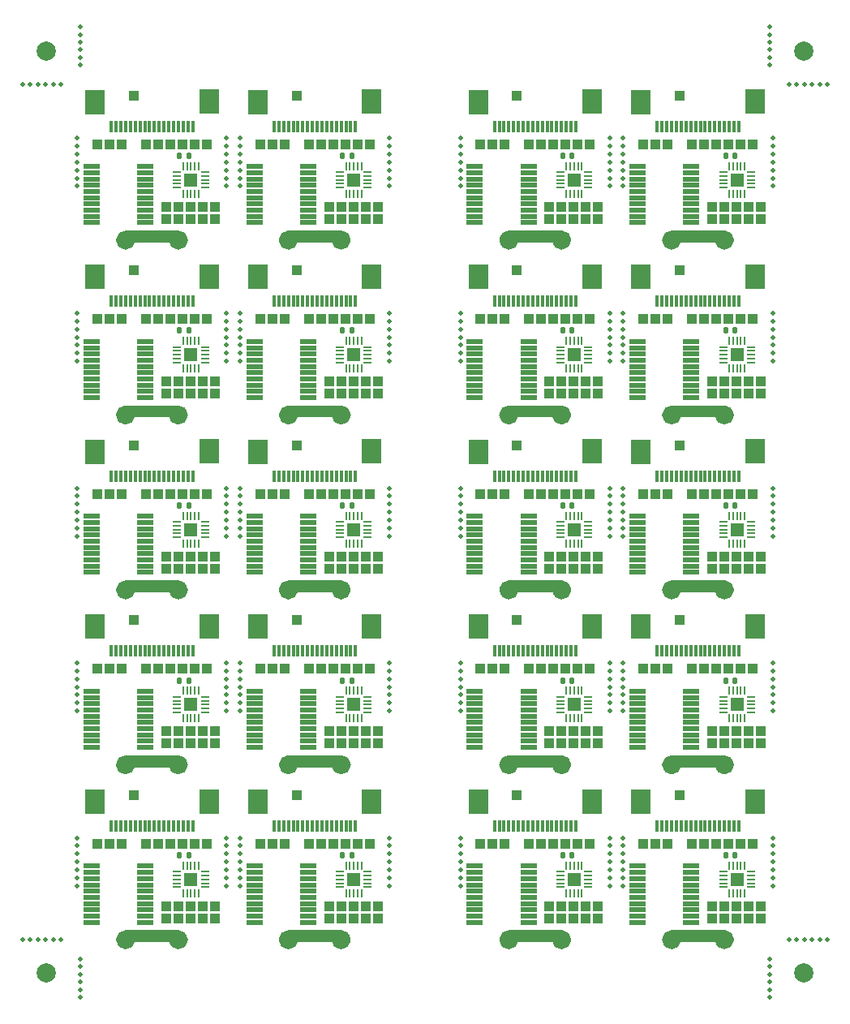
<source format=gbr>
%TF.GenerationSoftware,KiCad,Pcbnew,8.0.1-unknown-202403172319~81f55dfc9c~ubuntu22.04.1*%
%TF.CreationDate,2024-06-20T10:51:26+01:00*%
%TF.ProjectId,PANEL_COM_MOD,50414e45-4c5f-4434-9f4d-5f4d4f442e6b,1.0*%
%TF.SameCoordinates,Original*%
%TF.FileFunction,Soldermask,Top*%
%TF.FilePolarity,Negative*%
%FSLAX46Y46*%
G04 Gerber Fmt 4.6, Leading zero omitted, Abs format (unit mm)*
G04 Created by KiCad (PCBNEW 8.0.1-unknown-202403172319~81f55dfc9c~ubuntu22.04.1) date 2024-06-20 10:51:26*
%MOMM*%
%LPD*%
G01*
G04 APERTURE LIST*
G04 Aperture macros list*
%AMRoundRect*
0 Rectangle with rounded corners*
0 $1 Rounding radius*
0 $2 $3 $4 $5 $6 $7 $8 $9 X,Y pos of 4 corners*
0 Add a 4 corners polygon primitive as box body*
4,1,4,$2,$3,$4,$5,$6,$7,$8,$9,$2,$3,0*
0 Add four circle primitives for the rounded corners*
1,1,$1+$1,$2,$3*
1,1,$1+$1,$4,$5*
1,1,$1+$1,$6,$7*
1,1,$1+$1,$8,$9*
0 Add four rect primitives between the rounded corners*
20,1,$1+$1,$2,$3,$4,$5,0*
20,1,$1+$1,$4,$5,$6,$7,0*
20,1,$1+$1,$6,$7,$8,$9,0*
20,1,$1+$1,$8,$9,$2,$3,0*%
G04 Aperture macros list end*
%ADD10C,1.000000*%
%ADD11C,0.500000*%
%ADD12R,1.000000X1.000000*%
%ADD13R,0.300000X1.250000*%
%ADD14R,2.000000X2.500000*%
%ADD15RoundRect,0.070000X-0.800000X0.150000X-0.800000X-0.150000X0.800000X-0.150000X0.800000X0.150000X0*%
%ADD16C,2.000000*%
%ADD17RoundRect,0.140000X0.140000X0.170000X-0.140000X0.170000X-0.140000X-0.170000X0.140000X-0.170000X0*%
%ADD18RoundRect,0.050000X-0.050000X0.375000X-0.050000X-0.375000X0.050000X-0.375000X0.050000X0.375000X0*%
%ADD19RoundRect,0.050000X-0.375000X0.050000X-0.375000X-0.050000X0.375000X-0.050000X0.375000X0.050000X0*%
%ADD20R,1.400000X1.400000*%
G04 APERTURE END LIST*
G36*
X50749999Y-21250000D02*
G01*
X56374999Y-21250000D01*
X56374999Y-22500000D01*
X50749999Y-22500000D01*
X50749999Y-21250000D01*
G37*
D10*
X33749999Y-40500001D02*
G75*
G02*
X32749999Y-40500001I-500000J0D01*
G01*
X32749999Y-40500001D02*
G75*
G02*
X33749999Y-40500001I500000J0D01*
G01*
X73749999Y-77000003D02*
G75*
G02*
X72749999Y-77000003I-500000J0D01*
G01*
X72749999Y-77000003D02*
G75*
G02*
X73749999Y-77000003I500000J0D01*
G01*
X68249999Y-77000003D02*
G75*
G02*
X67249999Y-77000003I-500000J0D01*
G01*
X67249999Y-77000003D02*
G75*
G02*
X68249999Y-77000003I500000J0D01*
G01*
X11249999Y-40500001D02*
G75*
G02*
X10249999Y-40500001I-500000J0D01*
G01*
X10249999Y-40500001D02*
G75*
G02*
X11249999Y-40500001I500000J0D01*
G01*
X68249999Y-58750002D02*
G75*
G02*
X67249999Y-58750002I-500000J0D01*
G01*
X67249999Y-58750002D02*
G75*
G02*
X68249999Y-58750002I500000J0D01*
G01*
X28249999Y-22250000D02*
G75*
G02*
X27249999Y-22250000I-500000J0D01*
G01*
X27249999Y-22250000D02*
G75*
G02*
X28249999Y-22250000I500000J0D01*
G01*
X11249999Y-22250000D02*
G75*
G02*
X10249999Y-22250000I-500000J0D01*
G01*
X10249999Y-22250000D02*
G75*
G02*
X11249999Y-22250000I500000J0D01*
G01*
X51249999Y-58750002D02*
G75*
G02*
X50249999Y-58750002I-500000J0D01*
G01*
X50249999Y-58750002D02*
G75*
G02*
X51249999Y-58750002I500000J0D01*
G01*
X51249999Y-95250004D02*
G75*
G02*
X50249999Y-95250004I-500000J0D01*
G01*
X50249999Y-95250004D02*
G75*
G02*
X51249999Y-95250004I500000J0D01*
G01*
X73749999Y-22250000D02*
G75*
G02*
X72749999Y-22250000I-500000J0D01*
G01*
X72749999Y-22250000D02*
G75*
G02*
X73749999Y-22250000I500000J0D01*
G01*
G36*
X67749999Y-76000003D02*
G01*
X73374999Y-76000003D01*
X73374999Y-77250003D01*
X67749999Y-77250003D01*
X67749999Y-76000003D01*
G37*
G36*
X50749999Y-76000003D02*
G01*
X56374999Y-76000003D01*
X56374999Y-77250003D01*
X50749999Y-77250003D01*
X50749999Y-76000003D01*
G37*
X51249999Y-40500001D02*
G75*
G02*
X50249999Y-40500001I-500000J0D01*
G01*
X50249999Y-40500001D02*
G75*
G02*
X51249999Y-40500001I500000J0D01*
G01*
G36*
X27749999Y-76000003D02*
G01*
X33374999Y-76000003D01*
X33374999Y-77250003D01*
X27749999Y-77250003D01*
X27749999Y-76000003D01*
G37*
X33749999Y-95250004D02*
G75*
G02*
X32749999Y-95250004I-500000J0D01*
G01*
X32749999Y-95250004D02*
G75*
G02*
X33749999Y-95250004I500000J0D01*
G01*
X56749999Y-95250004D02*
G75*
G02*
X55749999Y-95250004I-500000J0D01*
G01*
X55749999Y-95250004D02*
G75*
G02*
X56749999Y-95250004I500000J0D01*
G01*
X16749999Y-77000003D02*
G75*
G02*
X15749999Y-77000003I-500000J0D01*
G01*
X15749999Y-77000003D02*
G75*
G02*
X16749999Y-77000003I500000J0D01*
G01*
X11249999Y-95250004D02*
G75*
G02*
X10249999Y-95250004I-500000J0D01*
G01*
X10249999Y-95250004D02*
G75*
G02*
X11249999Y-95250004I500000J0D01*
G01*
X68249999Y-22250000D02*
G75*
G02*
X67249999Y-22250000I-500000J0D01*
G01*
X67249999Y-22250000D02*
G75*
G02*
X68249999Y-22250000I500000J0D01*
G01*
X28249999Y-58750002D02*
G75*
G02*
X27249999Y-58750002I-500000J0D01*
G01*
X27249999Y-58750002D02*
G75*
G02*
X28249999Y-58750002I500000J0D01*
G01*
X56749999Y-22250000D02*
G75*
G02*
X55749999Y-22250000I-500000J0D01*
G01*
X55749999Y-22250000D02*
G75*
G02*
X56749999Y-22250000I500000J0D01*
G01*
X68249999Y-95250004D02*
G75*
G02*
X67249999Y-95250004I-500000J0D01*
G01*
X67249999Y-95250004D02*
G75*
G02*
X68249999Y-95250004I500000J0D01*
G01*
X11249999Y-77000003D02*
G75*
G02*
X10249999Y-77000003I-500000J0D01*
G01*
X10249999Y-77000003D02*
G75*
G02*
X11249999Y-77000003I500000J0D01*
G01*
X16749999Y-22250000D02*
G75*
G02*
X15749999Y-22250000I-500000J0D01*
G01*
X15749999Y-22250000D02*
G75*
G02*
X16749999Y-22250000I500000J0D01*
G01*
G36*
X27749999Y-94250004D02*
G01*
X33374999Y-94250004D01*
X33374999Y-95500004D01*
X27749999Y-95500004D01*
X27749999Y-94250004D01*
G37*
X28249999Y-40500001D02*
G75*
G02*
X27249999Y-40500001I-500000J0D01*
G01*
X27249999Y-40500001D02*
G75*
G02*
X28249999Y-40500001I500000J0D01*
G01*
G36*
X10749999Y-76000003D02*
G01*
X16374999Y-76000003D01*
X16374999Y-77250003D01*
X10749999Y-77250003D01*
X10749999Y-76000003D01*
G37*
X33749999Y-58750002D02*
G75*
G02*
X32749999Y-58750002I-500000J0D01*
G01*
X32749999Y-58750002D02*
G75*
G02*
X33749999Y-58750002I500000J0D01*
G01*
X73749999Y-40500001D02*
G75*
G02*
X72749999Y-40500001I-500000J0D01*
G01*
X72749999Y-40500001D02*
G75*
G02*
X73749999Y-40500001I500000J0D01*
G01*
G36*
X50749999Y-39500001D02*
G01*
X56374999Y-39500001D01*
X56374999Y-40750001D01*
X50749999Y-40750001D01*
X50749999Y-39500001D01*
G37*
X73749999Y-58750002D02*
G75*
G02*
X72749999Y-58750002I-500000J0D01*
G01*
X72749999Y-58750002D02*
G75*
G02*
X73749999Y-58750002I500000J0D01*
G01*
G36*
X10749999Y-57750002D02*
G01*
X16374999Y-57750002D01*
X16374999Y-59000002D01*
X10749999Y-59000002D01*
X10749999Y-57750002D01*
G37*
X16749999Y-95250004D02*
G75*
G02*
X15749999Y-95250004I-500000J0D01*
G01*
X15749999Y-95250004D02*
G75*
G02*
X16749999Y-95250004I500000J0D01*
G01*
X33749999Y-22250000D02*
G75*
G02*
X32749999Y-22250000I-500000J0D01*
G01*
X32749999Y-22250000D02*
G75*
G02*
X33749999Y-22250000I500000J0D01*
G01*
G36*
X67749999Y-57750002D02*
G01*
X73374999Y-57750002D01*
X73374999Y-59000002D01*
X67749999Y-59000002D01*
X67749999Y-57750002D01*
G37*
G36*
X10749999Y-21250000D02*
G01*
X16374999Y-21250000D01*
X16374999Y-22500000D01*
X10749999Y-22500000D01*
X10749999Y-21250000D01*
G37*
G36*
X67749999Y-94250004D02*
G01*
X73374999Y-94250004D01*
X73374999Y-95500004D01*
X67749999Y-95500004D01*
X67749999Y-94250004D01*
G37*
X11249999Y-58750002D02*
G75*
G02*
X10249999Y-58750002I-500000J0D01*
G01*
X10249999Y-58750002D02*
G75*
G02*
X11249999Y-58750002I500000J0D01*
G01*
X33749999Y-77000003D02*
G75*
G02*
X32749999Y-77000003I-500000J0D01*
G01*
X32749999Y-77000003D02*
G75*
G02*
X33749999Y-77000003I500000J0D01*
G01*
X56749999Y-77000003D02*
G75*
G02*
X55749999Y-77000003I-500000J0D01*
G01*
X55749999Y-77000003D02*
G75*
G02*
X56749999Y-77000003I500000J0D01*
G01*
G36*
X27749999Y-57750002D02*
G01*
X33374999Y-57750002D01*
X33374999Y-59000002D01*
X27749999Y-59000002D01*
X27749999Y-57750002D01*
G37*
G36*
X27749999Y-21250000D02*
G01*
X33374999Y-21250000D01*
X33374999Y-22500000D01*
X27749999Y-22500000D01*
X27749999Y-21250000D01*
G37*
X51249999Y-22250000D02*
G75*
G02*
X50249999Y-22250000I-500000J0D01*
G01*
X50249999Y-22250000D02*
G75*
G02*
X51249999Y-22250000I500000J0D01*
G01*
X56749999Y-58750002D02*
G75*
G02*
X55749999Y-58750002I-500000J0D01*
G01*
X55749999Y-58750002D02*
G75*
G02*
X56749999Y-58750002I500000J0D01*
G01*
X73749999Y-95250004D02*
G75*
G02*
X72749999Y-95250004I-500000J0D01*
G01*
X72749999Y-95250004D02*
G75*
G02*
X73749999Y-95250004I500000J0D01*
G01*
X51249999Y-77000003D02*
G75*
G02*
X50249999Y-77000003I-500000J0D01*
G01*
X50249999Y-77000003D02*
G75*
G02*
X51249999Y-77000003I500000J0D01*
G01*
G36*
X50749999Y-57750002D02*
G01*
X56374999Y-57750002D01*
X56374999Y-59000002D01*
X50749999Y-59000002D01*
X50749999Y-57750002D01*
G37*
G36*
X10749999Y-39500001D02*
G01*
X16374999Y-39500001D01*
X16374999Y-40750001D01*
X10749999Y-40750001D01*
X10749999Y-39500001D01*
G37*
X16749999Y-58750002D02*
G75*
G02*
X15749999Y-58750002I-500000J0D01*
G01*
X15749999Y-58750002D02*
G75*
G02*
X16749999Y-58750002I500000J0D01*
G01*
X68249999Y-40500001D02*
G75*
G02*
X67249999Y-40500001I-500000J0D01*
G01*
X67249999Y-40500001D02*
G75*
G02*
X68249999Y-40500001I500000J0D01*
G01*
G36*
X27749999Y-39500001D02*
G01*
X33374999Y-39500001D01*
X33374999Y-40750001D01*
X27749999Y-40750001D01*
X27749999Y-39500001D01*
G37*
X28249999Y-95250004D02*
G75*
G02*
X27249999Y-95250004I-500000J0D01*
G01*
X27249999Y-95250004D02*
G75*
G02*
X28249999Y-95250004I500000J0D01*
G01*
G36*
X50749999Y-94250004D02*
G01*
X56374999Y-94250004D01*
X56374999Y-95500004D01*
X50749999Y-95500004D01*
X50749999Y-94250004D01*
G37*
X56749999Y-40500001D02*
G75*
G02*
X55749999Y-40500001I-500000J0D01*
G01*
X55749999Y-40500001D02*
G75*
G02*
X56749999Y-40500001I500000J0D01*
G01*
G36*
X67749999Y-21250000D02*
G01*
X73374999Y-21250000D01*
X73374999Y-22500000D01*
X67749999Y-22500000D01*
X67749999Y-21250000D01*
G37*
X28249999Y-77000003D02*
G75*
G02*
X27249999Y-77000003I-500000J0D01*
G01*
X27249999Y-77000003D02*
G75*
G02*
X28249999Y-77000003I500000J0D01*
G01*
G36*
X10749999Y-94250004D02*
G01*
X16374999Y-94250004D01*
X16374999Y-95500004D01*
X10749999Y-95500004D01*
X10749999Y-94250004D01*
G37*
X16749999Y-40500001D02*
G75*
G02*
X15749999Y-40500001I-500000J0D01*
G01*
X15749999Y-40500001D02*
G75*
G02*
X16749999Y-40500001I500000J0D01*
G01*
G36*
X67749999Y-39500001D02*
G01*
X73374999Y-39500001D01*
X73374999Y-40750001D01*
X67749999Y-40750001D01*
X67749999Y-39500001D01*
G37*
D11*
%TO.C,KiKit_MB_35_3*%
X22700000Y-87958336D03*
%TD*%
D12*
%TO.C,J22*%
X71994999Y-55250002D03*
%TD*%
D13*
%TO.C,FPC2*%
X57750000Y-65140003D03*
X57250000Y-65140003D03*
X56750000Y-65140003D03*
X56250000Y-65140003D03*
X55750000Y-65140003D03*
X55250000Y-65140003D03*
X54750000Y-65140003D03*
X54250000Y-65140003D03*
X53750000Y-65140003D03*
X53250000Y-65140003D03*
X52750000Y-65140003D03*
X52250000Y-65140003D03*
X51750000Y-65140003D03*
X51250000Y-65140003D03*
X50750000Y-65140003D03*
X50250000Y-65140003D03*
X49750000Y-65140003D03*
X49250000Y-65140003D03*
D14*
X59440000Y-62560003D03*
X47560000Y-62600003D03*
%TD*%
D11*
%TO.C,KiKit_MB_22_4*%
X61299999Y-50625001D03*
%TD*%
D12*
%TO.C,J5*%
X12865000Y-12250000D03*
%TD*%
D11*
%TO.C,KiKit_MB_24_5*%
X78299999Y-51458334D03*
%TD*%
%TO.C,KiKit_MB_22_6*%
X61299999Y-52291668D03*
%TD*%
D12*
%TO.C,J16*%
X35804999Y-20020000D03*
%TD*%
D11*
%TO.C,KiKit_MB_10_3*%
X21299999Y-31541667D03*
%TD*%
%TO.C,KiKit_MB_1_6*%
X5700000Y-12458333D03*
%TD*%
D13*
%TO.C,FPC2*%
X74750000Y-46890002D03*
X74250000Y-46890002D03*
X73750000Y-46890002D03*
X73250000Y-46890002D03*
X72750000Y-46890002D03*
X72250000Y-46890002D03*
X71750000Y-46890002D03*
X71250000Y-46890002D03*
X70750000Y-46890002D03*
X70250000Y-46890002D03*
X69750000Y-46890002D03*
X69250000Y-46890002D03*
X68750000Y-46890002D03*
X68250000Y-46890002D03*
X67750000Y-46890002D03*
X67250000Y-46890002D03*
X66750000Y-46890002D03*
X66250000Y-46890002D03*
D14*
X76440000Y-44310002D03*
X64560000Y-44350002D03*
%TD*%
D12*
%TO.C,J19*%
X24785000Y-85250004D03*
%TD*%
%TO.C,J16*%
X18804999Y-38270001D03*
%TD*%
%TO.C,J17*%
X37074999Y-56520002D03*
%TD*%
D11*
%TO.C,KiKit_MB_16_7*%
X78299999Y-34875000D03*
%TD*%
%TO.C,KiKit_MB_19_4*%
X22700000Y-50625001D03*
%TD*%
D12*
%TO.C,J8*%
X33675000Y-48750002D03*
%TD*%
%TO.C,J18*%
X31994999Y-93020004D03*
%TD*%
D15*
%TO.C,U2*%
X64200000Y-14575000D03*
X64200000Y-15225000D03*
X64200000Y-15875000D03*
X64200000Y-16525000D03*
X64200000Y-17175000D03*
X64200000Y-17825000D03*
X64200000Y-18475000D03*
X64200000Y-19125000D03*
X64200000Y-19775000D03*
X64200000Y-20425000D03*
X69800000Y-20425000D03*
X69800000Y-19775000D03*
X69800000Y-19125000D03*
X69800000Y-18475000D03*
X69800000Y-17825000D03*
X69800000Y-17175000D03*
X69800000Y-16525000D03*
X69800000Y-15875000D03*
X69800000Y-15225000D03*
X69800000Y-14575000D03*
%TD*%
D16*
%TO.C,KiKit_TO_2*%
X81500000Y-2500000D03*
%TD*%
D15*
%TO.C,U2*%
X7200000Y-51075002D03*
X7200000Y-51725002D03*
X7200000Y-52375002D03*
X7200000Y-53025002D03*
X7200000Y-53675002D03*
X7200000Y-54325002D03*
X7200000Y-54975002D03*
X7200000Y-55625002D03*
X7200000Y-56275002D03*
X7200000Y-56925002D03*
X12800000Y-56925002D03*
X12800000Y-56275002D03*
X12800000Y-55625002D03*
X12800000Y-54975002D03*
X12800000Y-54325002D03*
X12800000Y-53675002D03*
X12800000Y-53025002D03*
X12800000Y-52375002D03*
X12800000Y-51725002D03*
X12800000Y-51075002D03*
%TD*%
D11*
%TO.C,KiKit_MB_41_6*%
X6000000Y-4000000D03*
%TD*%
D12*
%TO.C,J15*%
X34534999Y-93020004D03*
%TD*%
D11*
%TO.C,KiKit_MB_38_4*%
X61299999Y-87125003D03*
%TD*%
%TO.C,KiKit_MB_43_5*%
X6000000Y-100450004D03*
%TD*%
%TO.C,KiKit_MB_4_4*%
X38299999Y-14124999D03*
%TD*%
D12*
%TO.C,J17*%
X20074999Y-20020000D03*
%TD*%
D11*
%TO.C,KiKit_MB_26_6*%
X21299999Y-70541669D03*
%TD*%
%TO.C,KiKit_MB_5_6*%
X45700000Y-12458333D03*
%TD*%
D12*
%TO.C,J11*%
X37074999Y-37000001D03*
%TD*%
D16*
%TO.C,KiKit_TO_3*%
X2500000Y-98750004D03*
%TD*%
D12*
%TO.C,J1*%
X9055000Y-85250004D03*
%TD*%
D11*
%TO.C,KiKit_MB_34_6*%
X21299999Y-88791670D03*
%TD*%
%TO.C,KiKit_MB_29_4*%
X45700000Y-68875002D03*
%TD*%
D12*
%TO.C,J7*%
X32405000Y-30500001D03*
%TD*%
D11*
%TO.C,KiKit_MB_20_1*%
X38299999Y-48125001D03*
%TD*%
%TO.C,KiKit_MB_34_3*%
X21299999Y-86291670D03*
%TD*%
D12*
%TO.C,J18*%
X14994999Y-93020004D03*
%TD*%
%TO.C,J22*%
X14994999Y-55250002D03*
%TD*%
D15*
%TO.C,U2*%
X7200000Y-32825001D03*
X7200000Y-33475001D03*
X7200000Y-34125001D03*
X7200000Y-34775001D03*
X7200000Y-35425001D03*
X7200000Y-36075001D03*
X7200000Y-36725001D03*
X7200000Y-37375001D03*
X7200000Y-38025001D03*
X7200000Y-38675001D03*
X12800000Y-38675001D03*
X12800000Y-38025001D03*
X12800000Y-37375001D03*
X12800000Y-36725001D03*
X12800000Y-36075001D03*
X12800000Y-35425001D03*
X12800000Y-34775001D03*
X12800000Y-34125001D03*
X12800000Y-33475001D03*
X12800000Y-32825001D03*
%TD*%
D12*
%TO.C,J7*%
X72405000Y-12250000D03*
%TD*%
%TO.C,J9*%
X57945000Y-67000003D03*
%TD*%
D17*
%TO.C,C1*%
X74339999Y-49940002D03*
X73379999Y-49940002D03*
%TD*%
D11*
%TO.C,KiKit_MB_15_2*%
X62700000Y-34041667D03*
%TD*%
D18*
%TO.C,U1*%
X58369999Y-32760001D03*
X57969999Y-32760001D03*
X57569999Y-32760001D03*
X57169999Y-32760001D03*
X56769999Y-32760001D03*
D19*
X56119999Y-33410001D03*
X56119999Y-33810001D03*
X56119999Y-34210001D03*
X56119999Y-34610001D03*
X56119999Y-35010001D03*
D18*
X56769999Y-35660001D03*
X57169999Y-35660001D03*
X57569999Y-35660001D03*
X57969999Y-35660001D03*
X58369999Y-35660001D03*
D19*
X59019999Y-35010001D03*
X59019999Y-34610001D03*
X59019999Y-34210001D03*
X59019999Y-33810001D03*
X59019999Y-33410001D03*
D20*
X57569999Y-34210001D03*
%TD*%
D11*
%TO.C,KiKit_MB_32_2*%
X78299999Y-67208335D03*
%TD*%
%TO.C,KiKit_MB_16_4*%
X78299999Y-32375000D03*
%TD*%
%TO.C,KiKit_MB_7_6*%
X62700000Y-12458333D03*
%TD*%
D15*
%TO.C,U2*%
X24200000Y-14575000D03*
X24200000Y-15225000D03*
X24200000Y-15875000D03*
X24200000Y-16525000D03*
X24200000Y-17175000D03*
X24200000Y-17825000D03*
X24200000Y-18475000D03*
X24200000Y-19125000D03*
X24200000Y-19775000D03*
X24200000Y-20425000D03*
X29800000Y-20425000D03*
X29800000Y-19775000D03*
X29800000Y-19125000D03*
X29800000Y-18475000D03*
X29800000Y-17825000D03*
X29800000Y-17175000D03*
X29800000Y-16525000D03*
X29800000Y-15875000D03*
X29800000Y-15225000D03*
X29800000Y-14575000D03*
%TD*%
D12*
%TO.C,J20*%
X59215000Y-48750002D03*
%TD*%
%TO.C,J11*%
X37074999Y-73500003D03*
%TD*%
D11*
%TO.C,KiKit_MB_30_1*%
X61299999Y-66375002D03*
%TD*%
%TO.C,KiKit_MB_7_1*%
X62700000Y-16624999D03*
%TD*%
%TO.C,KiKit_MB_26_4*%
X21299999Y-68875002D03*
%TD*%
D17*
%TO.C,C1*%
X34339999Y-86440004D03*
X33379999Y-86440004D03*
%TD*%
D12*
%TO.C,J14*%
X56264999Y-55250002D03*
%TD*%
D11*
%TO.C,KiKit_MB_2_3*%
X21299999Y-13291667D03*
%TD*%
%TO.C,KiKit_MB_14_3*%
X61299999Y-31541667D03*
%TD*%
%TO.C,KiKit_MB_24_7*%
X78299999Y-53125001D03*
%TD*%
D12*
%TO.C,J8*%
X16675000Y-48750002D03*
%TD*%
%TO.C,J20*%
X76215000Y-30500001D03*
%TD*%
D11*
%TO.C,KiKit_MB_33_1*%
X5700000Y-89625003D03*
%TD*%
D12*
%TO.C,J12*%
X75804999Y-55250002D03*
%TD*%
%TO.C,J7*%
X72405000Y-30500001D03*
%TD*%
D11*
%TO.C,KiKit_MB_13_5*%
X45700000Y-31541667D03*
%TD*%
D12*
%TO.C,J6*%
X54135000Y-48750002D03*
%TD*%
%TO.C,J21*%
X16264999Y-20020000D03*
%TD*%
D11*
%TO.C,KiKit_MB_15_5*%
X62700000Y-31541667D03*
%TD*%
%TO.C,KiKit_MB_46_2*%
X800000Y-95250003D03*
%TD*%
D12*
%TO.C,J5*%
X12865000Y-67000003D03*
%TD*%
D11*
%TO.C,KiKit_MB_41_3*%
X6000000Y-1600000D03*
%TD*%
%TO.C,KiKit_MB_31_3*%
X62700000Y-69708335D03*
%TD*%
D12*
%TO.C,J13*%
X74535000Y-91750004D03*
%TD*%
%TO.C,J21*%
X33264999Y-74770003D03*
%TD*%
%TO.C,J6*%
X54135000Y-30500001D03*
%TD*%
D11*
%TO.C,KiKit_MB_45_1*%
X0Y-6000000D03*
%TD*%
D12*
%TO.C,J21*%
X16264999Y-38270001D03*
%TD*%
%TO.C,J7*%
X55405000Y-12250000D03*
%TD*%
%TO.C,J9*%
X17945000Y-67000003D03*
%TD*%
%TO.C,J1*%
X49055000Y-12250000D03*
%TD*%
%TO.C,J9*%
X57945000Y-48750002D03*
%TD*%
D11*
%TO.C,KiKit_MB_43_3*%
X6000000Y-98850004D03*
%TD*%
D17*
%TO.C,C1*%
X17339999Y-31690001D03*
X16379999Y-31690001D03*
%TD*%
D15*
%TO.C,U2*%
X47200000Y-87575004D03*
X47200000Y-88225004D03*
X47200000Y-88875004D03*
X47200000Y-89525004D03*
X47200000Y-90175004D03*
X47200000Y-90825004D03*
X47200000Y-91475004D03*
X47200000Y-92125004D03*
X47200000Y-92775004D03*
X47200000Y-93425004D03*
X52800000Y-93425004D03*
X52800000Y-92775004D03*
X52800000Y-92125004D03*
X52800000Y-91475004D03*
X52800000Y-90825004D03*
X52800000Y-90175004D03*
X52800000Y-89525004D03*
X52800000Y-88875004D03*
X52800000Y-88225004D03*
X52800000Y-87575004D03*
%TD*%
D12*
%TO.C,J15*%
X17534999Y-56520002D03*
%TD*%
%TO.C,J1*%
X66055000Y-12250000D03*
%TD*%
%TO.C,J9*%
X34945000Y-48750002D03*
%TD*%
D13*
%TO.C,FPC2*%
X57750000Y-28640001D03*
X57250000Y-28640001D03*
X56750000Y-28640001D03*
X56250000Y-28640001D03*
X55750000Y-28640001D03*
X55250000Y-28640001D03*
X54750000Y-28640001D03*
X54250000Y-28640001D03*
X53750000Y-28640001D03*
X53250000Y-28640001D03*
X52750000Y-28640001D03*
X52250000Y-28640001D03*
X51750000Y-28640001D03*
X51250000Y-28640001D03*
X50750000Y-28640001D03*
X50250000Y-28640001D03*
X49750000Y-28640001D03*
X49250000Y-28640001D03*
D14*
X59440000Y-26060001D03*
X47560000Y-26100001D03*
%TD*%
D12*
%TO.C,J14*%
X73264999Y-18750000D03*
%TD*%
D11*
%TO.C,KiKit_MB_32_7*%
X78299999Y-71375002D03*
%TD*%
%TO.C,KiKit_MB_25_5*%
X5700000Y-68041669D03*
%TD*%
D12*
%TO.C,J13*%
X57535000Y-91750004D03*
%TD*%
D11*
%TO.C,KiKit_MB_15_6*%
X62700000Y-30708333D03*
%TD*%
D12*
%TO.C,J11*%
X77074999Y-73500003D03*
%TD*%
%TO.C,J17*%
X20074999Y-56520002D03*
%TD*%
%TO.C,J18*%
X71994999Y-74770003D03*
%TD*%
%TO.C,J21*%
X16264999Y-74770003D03*
%TD*%
%TO.C,J22*%
X71994999Y-18750000D03*
%TD*%
D11*
%TO.C,KiKit_MB_13_1*%
X45700000Y-34875000D03*
%TD*%
D12*
%TO.C,J18*%
X54994999Y-38270001D03*
%TD*%
D17*
%TO.C,C1*%
X57339999Y-86440004D03*
X56379999Y-86440004D03*
%TD*%
D12*
%TO.C,J19*%
X7785000Y-12250000D03*
%TD*%
D11*
%TO.C,KiKit_MB_2_5*%
X21299999Y-14958332D03*
%TD*%
D12*
%TO.C,J1*%
X9055000Y-30500001D03*
%TD*%
D11*
%TO.C,KiKit_MB_9_7*%
X5700000Y-29875000D03*
%TD*%
%TO.C,KiKit_MB_25_4*%
X5700000Y-68875002D03*
%TD*%
%TO.C,KiKit_MB_31_5*%
X62700000Y-68041669D03*
%TD*%
D12*
%TO.C,J8*%
X16675000Y-30500001D03*
%TD*%
%TO.C,J3*%
X51595000Y-25420001D03*
%TD*%
%TO.C,J18*%
X54994999Y-20020000D03*
%TD*%
D11*
%TO.C,KiKit_MB_29_5*%
X45700000Y-68041669D03*
%TD*%
D12*
%TO.C,J6*%
X31135000Y-48750002D03*
%TD*%
D11*
%TO.C,KiKit_MB_38_2*%
X61299999Y-85458336D03*
%TD*%
%TO.C,KiKit_MB_30_2*%
X61299999Y-67208335D03*
%TD*%
D12*
%TO.C,J12*%
X18804999Y-18750000D03*
%TD*%
%TO.C,J19*%
X64785000Y-67000003D03*
%TD*%
D11*
%TO.C,KiKit_MB_17_5*%
X5700000Y-49791668D03*
%TD*%
D12*
%TO.C,J20*%
X59215000Y-12250000D03*
%TD*%
D11*
%TO.C,KiKit_MB_13_2*%
X45700000Y-34041667D03*
%TD*%
%TO.C,KiKit_MB_34_4*%
X21299999Y-87125003D03*
%TD*%
%TO.C,KiKit_MB_14_2*%
X61299999Y-30708333D03*
%TD*%
%TO.C,KiKit_MB_38_7*%
X61299999Y-89625003D03*
%TD*%
D12*
%TO.C,J16*%
X75804999Y-56520002D03*
%TD*%
D11*
%TO.C,KiKit_MB_22_5*%
X61299999Y-51458334D03*
%TD*%
D12*
%TO.C,J1*%
X26055000Y-12250000D03*
%TD*%
%TO.C,J5*%
X12865000Y-85250004D03*
%TD*%
%TO.C,J20*%
X59215000Y-85250004D03*
%TD*%
D11*
%TO.C,KiKit_MB_33_6*%
X5700000Y-85458336D03*
%TD*%
%TO.C,KiKit_MB_45_5*%
X3200000Y-6000000D03*
%TD*%
D12*
%TO.C,J19*%
X47785000Y-48750002D03*
%TD*%
%TO.C,J9*%
X17945000Y-12250000D03*
%TD*%
%TO.C,J14*%
X56264999Y-37000001D03*
%TD*%
%TO.C,J2*%
X27325000Y-85250004D03*
%TD*%
D11*
%TO.C,KiKit_MB_9_5*%
X5700000Y-31541667D03*
%TD*%
%TO.C,KiKit_MB_29_3*%
X45700000Y-69708335D03*
%TD*%
%TO.C,KiKit_MB_20_4*%
X38299999Y-50625001D03*
%TD*%
%TO.C,KiKit_MB_38_5*%
X61299999Y-87958336D03*
%TD*%
%TO.C,KiKit_MB_1_3*%
X5700000Y-14958332D03*
%TD*%
%TO.C,KiKit_MB_8_4*%
X78299999Y-14124999D03*
%TD*%
D12*
%TO.C,J2*%
X50325000Y-48750002D03*
%TD*%
%TO.C,J2*%
X27325000Y-12250000D03*
%TD*%
D18*
%TO.C,U1*%
X75369999Y-32760001D03*
X74969999Y-32760001D03*
X74569999Y-32760001D03*
X74169999Y-32760001D03*
X73769999Y-32760001D03*
D19*
X73119999Y-33410001D03*
X73119999Y-33810001D03*
X73119999Y-34210001D03*
X73119999Y-34610001D03*
X73119999Y-35010001D03*
D18*
X73769999Y-35660001D03*
X74169999Y-35660001D03*
X74569999Y-35660001D03*
X74969999Y-35660001D03*
X75369999Y-35660001D03*
D19*
X76019999Y-35010001D03*
X76019999Y-34610001D03*
X76019999Y-34210001D03*
X76019999Y-33810001D03*
X76019999Y-33410001D03*
D20*
X74569999Y-34210001D03*
%TD*%
D12*
%TO.C,J12*%
X75804999Y-91750004D03*
%TD*%
%TO.C,J13*%
X74535000Y-55250002D03*
%TD*%
%TO.C,J6*%
X31135000Y-30500001D03*
%TD*%
D11*
%TO.C,KiKit_MB_35_5*%
X22700000Y-86291670D03*
%TD*%
%TO.C,KiKit_MB_38_1*%
X61299999Y-84625003D03*
%TD*%
%TO.C,KiKit_MB_20_2*%
X38299999Y-48958334D03*
%TD*%
D12*
%TO.C,J15*%
X74534999Y-74770003D03*
%TD*%
D11*
%TO.C,KiKit_MB_44_5*%
X78000000Y-100450004D03*
%TD*%
D12*
%TO.C,J2*%
X10325000Y-12250000D03*
%TD*%
D11*
%TO.C,KiKit_MB_34_2*%
X21299999Y-85458336D03*
%TD*%
D12*
%TO.C,J12*%
X58804999Y-37000001D03*
%TD*%
D11*
%TO.C,KiKit_MB_22_3*%
X61299999Y-49791668D03*
%TD*%
D12*
%TO.C,J13*%
X34535000Y-37000001D03*
%TD*%
%TO.C,J6*%
X14135000Y-67000003D03*
%TD*%
%TO.C,J17*%
X60074999Y-93020004D03*
%TD*%
D17*
%TO.C,C1*%
X34339999Y-68190003D03*
X33379999Y-68190003D03*
%TD*%
D12*
%TO.C,J14*%
X33264999Y-73500003D03*
%TD*%
D11*
%TO.C,KiKit_MB_18_2*%
X21299999Y-48958334D03*
%TD*%
D12*
%TO.C,J3*%
X68595000Y-43670002D03*
%TD*%
D17*
%TO.C,C1*%
X57339999Y-31690001D03*
X56379999Y-31690001D03*
%TD*%
D12*
%TO.C,J11*%
X60074999Y-91750004D03*
%TD*%
D11*
%TO.C,KiKit_MB_48_1*%
X80000000Y-95250003D03*
%TD*%
D12*
%TO.C,J17*%
X77074999Y-38270001D03*
%TD*%
%TO.C,J12*%
X35804999Y-73500003D03*
%TD*%
D18*
%TO.C,U1*%
X18369999Y-14510000D03*
X17969999Y-14510000D03*
X17569999Y-14510000D03*
X17169999Y-14510000D03*
X16769999Y-14510000D03*
D19*
X16119999Y-15160000D03*
X16119999Y-15560000D03*
X16119999Y-15960000D03*
X16119999Y-16360000D03*
X16119999Y-16760000D03*
D18*
X16769999Y-17410000D03*
X17169999Y-17410000D03*
X17569999Y-17410000D03*
X17969999Y-17410000D03*
X18369999Y-17410000D03*
D19*
X19019999Y-16760000D03*
X19019999Y-16360000D03*
X19019999Y-15960000D03*
X19019999Y-15560000D03*
X19019999Y-15160000D03*
D20*
X17569999Y-15960000D03*
%TD*%
D12*
%TO.C,J11*%
X60074999Y-73500003D03*
%TD*%
D11*
%TO.C,KiKit_MB_31_6*%
X62700000Y-67208335D03*
%TD*%
%TO.C,KiKit_MB_23_2*%
X62700000Y-52291668D03*
%TD*%
D12*
%TO.C,J22*%
X31994999Y-18750000D03*
%TD*%
%TO.C,J12*%
X35804999Y-91750004D03*
%TD*%
%TO.C,J12*%
X35804999Y-37000001D03*
%TD*%
%TO.C,J9*%
X34945000Y-67000003D03*
%TD*%
D13*
%TO.C,FPC2*%
X74750000Y-65140003D03*
X74250000Y-65140003D03*
X73750000Y-65140003D03*
X73250000Y-65140003D03*
X72750000Y-65140003D03*
X72250000Y-65140003D03*
X71750000Y-65140003D03*
X71250000Y-65140003D03*
X70750000Y-65140003D03*
X70250000Y-65140003D03*
X69750000Y-65140003D03*
X69250000Y-65140003D03*
X68750000Y-65140003D03*
X68250000Y-65140003D03*
X67750000Y-65140003D03*
X67250000Y-65140003D03*
X66750000Y-65140003D03*
X66250000Y-65140003D03*
D14*
X76440000Y-62560003D03*
X64560000Y-62600003D03*
%TD*%
D12*
%TO.C,J7*%
X72405000Y-67000003D03*
%TD*%
%TO.C,J15*%
X74534999Y-93020004D03*
%TD*%
D17*
%TO.C,C1*%
X34339999Y-49940002D03*
X33379999Y-49940002D03*
%TD*%
D11*
%TO.C,KiKit_MB_32_1*%
X78299999Y-66375002D03*
%TD*%
%TO.C,KiKit_MB_13_3*%
X45700000Y-33208333D03*
%TD*%
D12*
%TO.C,J20*%
X76215000Y-67000003D03*
%TD*%
%TO.C,J2*%
X10325000Y-67000003D03*
%TD*%
D11*
%TO.C,KiKit_MB_21_7*%
X45700000Y-48125001D03*
%TD*%
%TO.C,KiKit_MB_18_5*%
X21299999Y-51458334D03*
%TD*%
D13*
%TO.C,FPC2*%
X74750000Y-28640001D03*
X74250000Y-28640001D03*
X73750000Y-28640001D03*
X73250000Y-28640001D03*
X72750000Y-28640001D03*
X72250000Y-28640001D03*
X71750000Y-28640001D03*
X71250000Y-28640001D03*
X70750000Y-28640001D03*
X70250000Y-28640001D03*
X69750000Y-28640001D03*
X69250000Y-28640001D03*
X68750000Y-28640001D03*
X68250000Y-28640001D03*
X67750000Y-28640001D03*
X67250000Y-28640001D03*
X66750000Y-28640001D03*
X66250000Y-28640001D03*
D14*
X76440000Y-26060001D03*
X64560000Y-26100001D03*
%TD*%
D11*
%TO.C,KiKit_MB_31_7*%
X62700000Y-66375002D03*
%TD*%
D17*
%TO.C,C1*%
X57339999Y-68190003D03*
X56379999Y-68190003D03*
%TD*%
D11*
%TO.C,KiKit_MB_38_6*%
X61299999Y-88791670D03*
%TD*%
D12*
%TO.C,J14*%
X56264999Y-91750004D03*
%TD*%
%TO.C,J2*%
X67325000Y-30500001D03*
%TD*%
%TO.C,J5*%
X29865000Y-30500001D03*
%TD*%
D11*
%TO.C,KiKit_MB_16_3*%
X78299999Y-31541667D03*
%TD*%
%TO.C,KiKit_MB_17_6*%
X5700000Y-48958334D03*
%TD*%
%TO.C,KiKit_MB_10_6*%
X21299999Y-34041667D03*
%TD*%
D12*
%TO.C,J8*%
X56675000Y-48750002D03*
%TD*%
D11*
%TO.C,KiKit_MB_40_7*%
X78299999Y-89625003D03*
%TD*%
D13*
%TO.C,FPC2*%
X34750000Y-46890002D03*
X34250000Y-46890002D03*
X33750000Y-46890002D03*
X33250000Y-46890002D03*
X32750000Y-46890002D03*
X32250000Y-46890002D03*
X31750000Y-46890002D03*
X31250000Y-46890002D03*
X30750000Y-46890002D03*
X30250000Y-46890002D03*
X29750000Y-46890002D03*
X29250000Y-46890002D03*
X28750000Y-46890002D03*
X28250000Y-46890002D03*
X27750000Y-46890002D03*
X27250000Y-46890002D03*
X26750000Y-46890002D03*
X26250000Y-46890002D03*
D14*
X36440000Y-44310002D03*
X24560000Y-44350002D03*
%TD*%
D12*
%TO.C,J12*%
X35804999Y-18750000D03*
%TD*%
D11*
%TO.C,KiKit_MB_6_1*%
X61299999Y-11625000D03*
%TD*%
D13*
%TO.C,FPC2*%
X34750000Y-83390004D03*
X34250000Y-83390004D03*
X33750000Y-83390004D03*
X33250000Y-83390004D03*
X32750000Y-83390004D03*
X32250000Y-83390004D03*
X31750000Y-83390004D03*
X31250000Y-83390004D03*
X30750000Y-83390004D03*
X30250000Y-83390004D03*
X29750000Y-83390004D03*
X29250000Y-83390004D03*
X28750000Y-83390004D03*
X28250000Y-83390004D03*
X27750000Y-83390004D03*
X27250000Y-83390004D03*
X26750000Y-83390004D03*
X26250000Y-83390004D03*
D14*
X36440000Y-80810004D03*
X24560000Y-80850004D03*
%TD*%
D11*
%TO.C,KiKit_MB_12_2*%
X38299999Y-30708333D03*
%TD*%
D12*
%TO.C,J6*%
X71135000Y-30500001D03*
%TD*%
%TO.C,J15*%
X57534999Y-74770003D03*
%TD*%
D17*
%TO.C,C1*%
X74339999Y-86440004D03*
X73379999Y-86440004D03*
%TD*%
D12*
%TO.C,J7*%
X32405000Y-85250004D03*
%TD*%
%TO.C,J17*%
X77074999Y-20020000D03*
%TD*%
%TO.C,J11*%
X60074999Y-55250002D03*
%TD*%
%TO.C,J7*%
X55405000Y-30500001D03*
%TD*%
%TO.C,J2*%
X27325000Y-30500001D03*
%TD*%
%TO.C,J16*%
X58804999Y-56520002D03*
%TD*%
%TO.C,J13*%
X57535000Y-37000001D03*
%TD*%
%TO.C,J5*%
X69865000Y-85250004D03*
%TD*%
%TO.C,J18*%
X14994999Y-74770003D03*
%TD*%
%TO.C,J9*%
X17945000Y-48750002D03*
%TD*%
D11*
%TO.C,KiKit_MB_25_3*%
X5700000Y-69708335D03*
%TD*%
D12*
%TO.C,J12*%
X35804999Y-55250002D03*
%TD*%
%TO.C,J13*%
X74535000Y-73500003D03*
%TD*%
%TO.C,J20*%
X36215000Y-48750002D03*
%TD*%
D11*
%TO.C,KiKit_MB_42_4*%
X78000000Y-2400000D03*
%TD*%
%TO.C,KiKit_MB_44_3*%
X78000000Y-98850004D03*
%TD*%
%TO.C,KiKit_MB_37_3*%
X45700000Y-87958336D03*
%TD*%
%TO.C,KiKit_MB_30_5*%
X61299999Y-69708335D03*
%TD*%
D12*
%TO.C,J19*%
X7785000Y-85250004D03*
%TD*%
%TO.C,J11*%
X60074999Y-18750000D03*
%TD*%
D11*
%TO.C,KiKit_MB_37_2*%
X45700000Y-88791670D03*
%TD*%
D12*
%TO.C,J17*%
X20074999Y-93020004D03*
%TD*%
%TO.C,J15*%
X57534999Y-20020000D03*
%TD*%
D11*
%TO.C,KiKit_MB_10_1*%
X21299999Y-29875000D03*
%TD*%
D12*
%TO.C,J22*%
X54994999Y-55250002D03*
%TD*%
D11*
%TO.C,KiKit_MB_48_3*%
X81600000Y-95250003D03*
%TD*%
%TO.C,KiKit_MB_28_6*%
X38299999Y-70541669D03*
%TD*%
D12*
%TO.C,J19*%
X24785000Y-48750002D03*
%TD*%
D11*
%TO.C,KiKit_MB_27_3*%
X22700000Y-69708335D03*
%TD*%
%TO.C,KiKit_MB_46_4*%
X2400000Y-95250003D03*
%TD*%
D15*
%TO.C,U2*%
X47200000Y-14575000D03*
X47200000Y-15225000D03*
X47200000Y-15875000D03*
X47200000Y-16525000D03*
X47200000Y-17175000D03*
X47200000Y-17825000D03*
X47200000Y-18475000D03*
X47200000Y-19125000D03*
X47200000Y-19775000D03*
X47200000Y-20425000D03*
X52800000Y-20425000D03*
X52800000Y-19775000D03*
X52800000Y-19125000D03*
X52800000Y-18475000D03*
X52800000Y-17825000D03*
X52800000Y-17175000D03*
X52800000Y-16525000D03*
X52800000Y-15875000D03*
X52800000Y-15225000D03*
X52800000Y-14575000D03*
%TD*%
D11*
%TO.C,KiKit_MB_26_1*%
X21299999Y-66375002D03*
%TD*%
D12*
%TO.C,J22*%
X31994999Y-91750004D03*
%TD*%
D11*
%TO.C,KiKit_MB_36_4*%
X38299999Y-87125003D03*
%TD*%
D15*
%TO.C,U2*%
X24200000Y-32825001D03*
X24200000Y-33475001D03*
X24200000Y-34125001D03*
X24200000Y-34775001D03*
X24200000Y-35425001D03*
X24200000Y-36075001D03*
X24200000Y-36725001D03*
X24200000Y-37375001D03*
X24200000Y-38025001D03*
X24200000Y-38675001D03*
X29800000Y-38675001D03*
X29800000Y-38025001D03*
X29800000Y-37375001D03*
X29800000Y-36725001D03*
X29800000Y-36075001D03*
X29800000Y-35425001D03*
X29800000Y-34775001D03*
X29800000Y-34125001D03*
X29800000Y-33475001D03*
X29800000Y-32825001D03*
%TD*%
D12*
%TO.C,J19*%
X47785000Y-67000003D03*
%TD*%
D15*
%TO.C,U2*%
X64200000Y-32825001D03*
X64200000Y-33475001D03*
X64200000Y-34125001D03*
X64200000Y-34775001D03*
X64200000Y-35425001D03*
X64200000Y-36075001D03*
X64200000Y-36725001D03*
X64200000Y-37375001D03*
X64200000Y-38025001D03*
X64200000Y-38675001D03*
X69800000Y-38675001D03*
X69800000Y-38025001D03*
X69800000Y-37375001D03*
X69800000Y-36725001D03*
X69800000Y-36075001D03*
X69800000Y-35425001D03*
X69800000Y-34775001D03*
X69800000Y-34125001D03*
X69800000Y-33475001D03*
X69800000Y-32825001D03*
%TD*%
D12*
%TO.C,J16*%
X35804999Y-56520002D03*
%TD*%
D11*
%TO.C,KiKit_MB_22_2*%
X61299999Y-48958334D03*
%TD*%
D12*
%TO.C,J17*%
X20074999Y-38270001D03*
%TD*%
D11*
%TO.C,KiKit_MB_21_3*%
X45700000Y-51458334D03*
%TD*%
D12*
%TO.C,J21*%
X16264999Y-93020004D03*
%TD*%
D11*
%TO.C,KiKit_MB_11_7*%
X22700000Y-29875000D03*
%TD*%
%TO.C,KiKit_MB_46_1*%
X0Y-95250003D03*
%TD*%
D17*
%TO.C,C1*%
X74339999Y-13440000D03*
X73379999Y-13440000D03*
%TD*%
D12*
%TO.C,J8*%
X56675000Y-67000003D03*
%TD*%
D17*
%TO.C,C1*%
X34339999Y-13440000D03*
X33379999Y-13440000D03*
%TD*%
D11*
%TO.C,KiKit_MB_47_4*%
X82400000Y-6000000D03*
%TD*%
D12*
%TO.C,J12*%
X18804999Y-91750004D03*
%TD*%
%TO.C,J20*%
X19215000Y-85250004D03*
%TD*%
%TO.C,J6*%
X31135000Y-67000003D03*
%TD*%
%TO.C,J20*%
X76215000Y-12250000D03*
%TD*%
D11*
%TO.C,KiKit_MB_15_7*%
X62700000Y-29875000D03*
%TD*%
D12*
%TO.C,J19*%
X24785000Y-12250000D03*
%TD*%
%TO.C,J6*%
X71135000Y-12250000D03*
%TD*%
%TO.C,J12*%
X58804999Y-18750000D03*
%TD*%
%TO.C,J21*%
X56264999Y-56520002D03*
%TD*%
%TO.C,J9*%
X74945000Y-12250000D03*
%TD*%
%TO.C,J11*%
X20074999Y-37000001D03*
%TD*%
%TO.C,J1*%
X49055000Y-48750002D03*
%TD*%
%TO.C,J14*%
X73264999Y-91750004D03*
%TD*%
%TO.C,J11*%
X37074999Y-91750004D03*
%TD*%
%TO.C,J1*%
X66055000Y-67000003D03*
%TD*%
%TO.C,J16*%
X75804999Y-74770003D03*
%TD*%
D13*
%TO.C,FPC2*%
X17750000Y-28640001D03*
X17250000Y-28640001D03*
X16750000Y-28640001D03*
X16250000Y-28640001D03*
X15750000Y-28640001D03*
X15250000Y-28640001D03*
X14750000Y-28640001D03*
X14250000Y-28640001D03*
X13750000Y-28640001D03*
X13250000Y-28640001D03*
X12750000Y-28640001D03*
X12250000Y-28640001D03*
X11750000Y-28640001D03*
X11250000Y-28640001D03*
X10750000Y-28640001D03*
X10250000Y-28640001D03*
X9750000Y-28640001D03*
X9250000Y-28640001D03*
D14*
X19440000Y-26060001D03*
X7560000Y-26100001D03*
%TD*%
D12*
%TO.C,J22*%
X71994999Y-73500003D03*
%TD*%
%TO.C,J8*%
X33675000Y-30500001D03*
%TD*%
D18*
%TO.C,U1*%
X75369999Y-51010002D03*
X74969999Y-51010002D03*
X74569999Y-51010002D03*
X74169999Y-51010002D03*
X73769999Y-51010002D03*
D19*
X73119999Y-51660002D03*
X73119999Y-52060002D03*
X73119999Y-52460002D03*
X73119999Y-52860002D03*
X73119999Y-53260002D03*
D18*
X73769999Y-53910002D03*
X74169999Y-53910002D03*
X74569999Y-53910002D03*
X74969999Y-53910002D03*
X75369999Y-53910002D03*
D19*
X76019999Y-53260002D03*
X76019999Y-52860002D03*
X76019999Y-52460002D03*
X76019999Y-52060002D03*
X76019999Y-51660002D03*
D20*
X74569999Y-52460002D03*
%TD*%
D12*
%TO.C,J20*%
X36215000Y-30500001D03*
%TD*%
%TO.C,J1*%
X49055000Y-67000003D03*
%TD*%
%TO.C,J13*%
X17535000Y-18750000D03*
%TD*%
D11*
%TO.C,KiKit_MB_36_1*%
X38299999Y-84625003D03*
%TD*%
D12*
%TO.C,J1*%
X9055000Y-48750002D03*
%TD*%
D11*
%TO.C,KiKit_MB_8_3*%
X78299999Y-13291667D03*
%TD*%
%TO.C,KiKit_MB_48_2*%
X80800000Y-95250003D03*
%TD*%
D12*
%TO.C,J15*%
X34534999Y-56520002D03*
%TD*%
%TO.C,J5*%
X29865000Y-12250000D03*
%TD*%
D11*
%TO.C,KiKit_MB_9_3*%
X5700000Y-33208333D03*
%TD*%
D12*
%TO.C,J18*%
X71994999Y-20020000D03*
%TD*%
D11*
%TO.C,KiKit_MB_2_4*%
X21299999Y-14124999D03*
%TD*%
D12*
%TO.C,J19*%
X64785000Y-30500001D03*
%TD*%
D11*
%TO.C,KiKit_MB_45_6*%
X4000000Y-6000000D03*
%TD*%
D12*
%TO.C,J8*%
X56675000Y-30500001D03*
%TD*%
D17*
%TO.C,C1*%
X74339999Y-31690001D03*
X73379999Y-31690001D03*
%TD*%
D11*
%TO.C,KiKit_MB_32_6*%
X78299999Y-70541669D03*
%TD*%
D15*
%TO.C,U2*%
X64200000Y-87575004D03*
X64200000Y-88225004D03*
X64200000Y-88875004D03*
X64200000Y-89525004D03*
X64200000Y-90175004D03*
X64200000Y-90825004D03*
X64200000Y-91475004D03*
X64200000Y-92125004D03*
X64200000Y-92775004D03*
X64200000Y-93425004D03*
X69800000Y-93425004D03*
X69800000Y-92775004D03*
X69800000Y-92125004D03*
X69800000Y-91475004D03*
X69800000Y-90825004D03*
X69800000Y-90175004D03*
X69800000Y-89525004D03*
X69800000Y-88875004D03*
X69800000Y-88225004D03*
X69800000Y-87575004D03*
%TD*%
D11*
%TO.C,KiKit_MB_21_5*%
X45700000Y-49791668D03*
%TD*%
D12*
%TO.C,J6*%
X54135000Y-85250004D03*
%TD*%
D16*
%TO.C,KiKit_TO_1*%
X2500000Y-2500000D03*
%TD*%
D12*
%TO.C,J12*%
X18804999Y-37000001D03*
%TD*%
%TO.C,J16*%
X75804999Y-20020000D03*
%TD*%
%TO.C,J17*%
X60074999Y-56520002D03*
%TD*%
D11*
%TO.C,KiKit_MB_40_3*%
X78299999Y-86291670D03*
%TD*%
D15*
%TO.C,U2*%
X47200000Y-51075002D03*
X47200000Y-51725002D03*
X47200000Y-52375002D03*
X47200000Y-53025002D03*
X47200000Y-53675002D03*
X47200000Y-54325002D03*
X47200000Y-54975002D03*
X47200000Y-55625002D03*
X47200000Y-56275002D03*
X47200000Y-56925002D03*
X52800000Y-56925002D03*
X52800000Y-56275002D03*
X52800000Y-55625002D03*
X52800000Y-54975002D03*
X52800000Y-54325002D03*
X52800000Y-53675002D03*
X52800000Y-53025002D03*
X52800000Y-52375002D03*
X52800000Y-51725002D03*
X52800000Y-51075002D03*
%TD*%
D18*
%TO.C,U1*%
X18369999Y-87510004D03*
X17969999Y-87510004D03*
X17569999Y-87510004D03*
X17169999Y-87510004D03*
X16769999Y-87510004D03*
D19*
X16119999Y-88160004D03*
X16119999Y-88560004D03*
X16119999Y-88960004D03*
X16119999Y-89360004D03*
X16119999Y-89760004D03*
D18*
X16769999Y-90410004D03*
X17169999Y-90410004D03*
X17569999Y-90410004D03*
X17969999Y-90410004D03*
X18369999Y-90410004D03*
D19*
X19019999Y-89760004D03*
X19019999Y-89360004D03*
X19019999Y-88960004D03*
X19019999Y-88560004D03*
X19019999Y-88160004D03*
D20*
X17569999Y-88960004D03*
%TD*%
D11*
%TO.C,KiKit_MB_44_2*%
X78000000Y-98050004D03*
%TD*%
D12*
%TO.C,J9*%
X17945000Y-85250004D03*
%TD*%
D11*
%TO.C,KiKit_MB_35_2*%
X22700000Y-88791670D03*
%TD*%
D12*
%TO.C,J19*%
X7785000Y-48750002D03*
%TD*%
D11*
%TO.C,KiKit_MB_34_1*%
X21299999Y-84625003D03*
%TD*%
%TO.C,KiKit_MB_12_7*%
X38299999Y-34875000D03*
%TD*%
D12*
%TO.C,J20*%
X76215000Y-85250004D03*
%TD*%
%TO.C,J7*%
X32405000Y-48750002D03*
%TD*%
D11*
%TO.C,KiKit_MB_14_4*%
X61299999Y-32375000D03*
%TD*%
D15*
%TO.C,U2*%
X24200000Y-51075002D03*
X24200000Y-51725002D03*
X24200000Y-52375002D03*
X24200000Y-53025002D03*
X24200000Y-53675002D03*
X24200000Y-54325002D03*
X24200000Y-54975002D03*
X24200000Y-55625002D03*
X24200000Y-56275002D03*
X24200000Y-56925002D03*
X29800000Y-56925002D03*
X29800000Y-56275002D03*
X29800000Y-55625002D03*
X29800000Y-54975002D03*
X29800000Y-54325002D03*
X29800000Y-53675002D03*
X29800000Y-53025002D03*
X29800000Y-52375002D03*
X29800000Y-51725002D03*
X29800000Y-51075002D03*
%TD*%
D12*
%TO.C,J3*%
X51595000Y-80170004D03*
%TD*%
%TO.C,J21*%
X33264999Y-56520002D03*
%TD*%
%TO.C,J3*%
X51595000Y-43670002D03*
%TD*%
%TO.C,J5*%
X29865000Y-48750002D03*
%TD*%
%TO.C,J21*%
X33264999Y-38270001D03*
%TD*%
%TO.C,J14*%
X73264999Y-55250002D03*
%TD*%
%TO.C,J13*%
X17535000Y-91750004D03*
%TD*%
%TO.C,J18*%
X54994999Y-74770003D03*
%TD*%
D11*
%TO.C,KiKit_MB_24_2*%
X78299999Y-48958334D03*
%TD*%
%TO.C,KiKit_MB_1_2*%
X5700000Y-15791666D03*
%TD*%
%TO.C,KiKit_MB_30_3*%
X61299999Y-68041669D03*
%TD*%
%TO.C,KiKit_MB_23_3*%
X62700000Y-51458334D03*
%TD*%
%TO.C,KiKit_MB_31_4*%
X62700000Y-68875002D03*
%TD*%
%TO.C,KiKit_MB_25_6*%
X5700000Y-67208335D03*
%TD*%
D16*
%TO.C,KiKit_TO_4*%
X81500000Y-98750004D03*
%TD*%
D12*
%TO.C,J22*%
X54994999Y-18750000D03*
%TD*%
%TO.C,J1*%
X26055000Y-48750002D03*
%TD*%
D11*
%TO.C,KiKit_MB_39_5*%
X62700000Y-86291670D03*
%TD*%
%TO.C,KiKit_MB_28_7*%
X38299999Y-71375002D03*
%TD*%
%TO.C,KiKit_MB_36_3*%
X38299999Y-86291670D03*
%TD*%
D12*
%TO.C,J5*%
X69865000Y-30500001D03*
%TD*%
D15*
%TO.C,U2*%
X64200000Y-69325003D03*
X64200000Y-69975003D03*
X64200000Y-70625003D03*
X64200000Y-71275003D03*
X64200000Y-71925003D03*
X64200000Y-72575003D03*
X64200000Y-73225003D03*
X64200000Y-73875003D03*
X64200000Y-74525003D03*
X64200000Y-75175003D03*
X69800000Y-75175003D03*
X69800000Y-74525003D03*
X69800000Y-73875003D03*
X69800000Y-73225003D03*
X69800000Y-72575003D03*
X69800000Y-71925003D03*
X69800000Y-71275003D03*
X69800000Y-70625003D03*
X69800000Y-69975003D03*
X69800000Y-69325003D03*
%TD*%
D12*
%TO.C,J20*%
X19215000Y-48750002D03*
%TD*%
%TO.C,J11*%
X37074999Y-55250002D03*
%TD*%
D11*
%TO.C,KiKit_MB_39_3*%
X62700000Y-87958336D03*
%TD*%
%TO.C,KiKit_MB_4_5*%
X38299999Y-14958332D03*
%TD*%
D12*
%TO.C,J3*%
X68595000Y-25420001D03*
%TD*%
D18*
%TO.C,U1*%
X75369999Y-69260003D03*
X74969999Y-69260003D03*
X74569999Y-69260003D03*
X74169999Y-69260003D03*
X73769999Y-69260003D03*
D19*
X73119999Y-69910003D03*
X73119999Y-70310003D03*
X73119999Y-70710003D03*
X73119999Y-71110003D03*
X73119999Y-71510003D03*
D18*
X73769999Y-72160003D03*
X74169999Y-72160003D03*
X74569999Y-72160003D03*
X74969999Y-72160003D03*
X75369999Y-72160003D03*
D19*
X76019999Y-71510003D03*
X76019999Y-71110003D03*
X76019999Y-70710003D03*
X76019999Y-70310003D03*
X76019999Y-69910003D03*
D20*
X74569999Y-70710003D03*
%TD*%
D12*
%TO.C,J19*%
X24785000Y-30500001D03*
%TD*%
D11*
%TO.C,KiKit_MB_27_5*%
X22700000Y-68041669D03*
%TD*%
D12*
%TO.C,J8*%
X73675000Y-30500001D03*
%TD*%
D15*
%TO.C,U2*%
X47200000Y-69325003D03*
X47200000Y-69975003D03*
X47200000Y-70625003D03*
X47200000Y-71275003D03*
X47200000Y-71925003D03*
X47200000Y-72575003D03*
X47200000Y-73225003D03*
X47200000Y-73875003D03*
X47200000Y-74525003D03*
X47200000Y-75175003D03*
X52800000Y-75175003D03*
X52800000Y-74525003D03*
X52800000Y-73875003D03*
X52800000Y-73225003D03*
X52800000Y-72575003D03*
X52800000Y-71925003D03*
X52800000Y-71275003D03*
X52800000Y-70625003D03*
X52800000Y-69975003D03*
X52800000Y-69325003D03*
%TD*%
D11*
%TO.C,KiKit_MB_4_6*%
X38299999Y-15791666D03*
%TD*%
D12*
%TO.C,J9*%
X34945000Y-85250004D03*
%TD*%
%TO.C,J20*%
X19215000Y-67000003D03*
%TD*%
%TO.C,J6*%
X71135000Y-67000003D03*
%TD*%
D11*
%TO.C,KiKit_MB_33_3*%
X5700000Y-87958336D03*
%TD*%
D12*
%TO.C,J7*%
X72405000Y-85250004D03*
%TD*%
%TO.C,J11*%
X77074999Y-37000001D03*
%TD*%
%TO.C,J13*%
X34535000Y-55250002D03*
%TD*%
%TO.C,J21*%
X56264999Y-74770003D03*
%TD*%
%TO.C,J13*%
X34535000Y-73500003D03*
%TD*%
D11*
%TO.C,KiKit_MB_41_1*%
X6000000Y0D03*
%TD*%
D12*
%TO.C,J14*%
X33264999Y-91750004D03*
%TD*%
D11*
%TO.C,KiKit_MB_23_1*%
X62700000Y-53125001D03*
%TD*%
D17*
%TO.C,C1*%
X17339999Y-86440004D03*
X16379999Y-86440004D03*
%TD*%
D11*
%TO.C,KiKit_MB_28_3*%
X38299999Y-68041669D03*
%TD*%
%TO.C,KiKit_MB_7_2*%
X62700000Y-15791666D03*
%TD*%
%TO.C,KiKit_MB_38_3*%
X61299999Y-86291670D03*
%TD*%
D12*
%TO.C,J2*%
X27325000Y-67000003D03*
%TD*%
%TO.C,J19*%
X64785000Y-48750002D03*
%TD*%
D11*
%TO.C,KiKit_MB_4_3*%
X38299999Y-13291667D03*
%TD*%
%TO.C,KiKit_MB_8_1*%
X78299999Y-11625000D03*
%TD*%
%TO.C,KiKit_MB_39_1*%
X62700000Y-89625003D03*
%TD*%
D12*
%TO.C,J18*%
X14994999Y-20020000D03*
%TD*%
D11*
%TO.C,KiKit_MB_6_5*%
X61299999Y-14958332D03*
%TD*%
D12*
%TO.C,J3*%
X28595000Y-61920003D03*
%TD*%
D11*
%TO.C,KiKit_MB_4_7*%
X38299999Y-16624999D03*
%TD*%
D12*
%TO.C,J9*%
X57945000Y-12250000D03*
%TD*%
D11*
%TO.C,KiKit_MB_33_4*%
X5700000Y-87125003D03*
%TD*%
D18*
%TO.C,U1*%
X35369999Y-51010002D03*
X34969999Y-51010002D03*
X34569999Y-51010002D03*
X34169999Y-51010002D03*
X33769999Y-51010002D03*
D19*
X33119999Y-51660002D03*
X33119999Y-52060002D03*
X33119999Y-52460002D03*
X33119999Y-52860002D03*
X33119999Y-53260002D03*
D18*
X33769999Y-53910002D03*
X34169999Y-53910002D03*
X34569999Y-53910002D03*
X34969999Y-53910002D03*
X35369999Y-53910002D03*
D19*
X36019999Y-53260002D03*
X36019999Y-52860002D03*
X36019999Y-52460002D03*
X36019999Y-52060002D03*
X36019999Y-51660002D03*
D20*
X34569999Y-52460002D03*
%TD*%
D12*
%TO.C,J16*%
X75804999Y-93020004D03*
%TD*%
D17*
%TO.C,C1*%
X34339999Y-31690001D03*
X33379999Y-31690001D03*
%TD*%
D12*
%TO.C,J11*%
X77074999Y-18750000D03*
%TD*%
%TO.C,J9*%
X57945000Y-30500001D03*
%TD*%
%TO.C,J9*%
X74945000Y-67000003D03*
%TD*%
%TO.C,J1*%
X26055000Y-30500001D03*
%TD*%
%TO.C,J15*%
X17534999Y-93020004D03*
%TD*%
D11*
%TO.C,KiKit_MB_2_7*%
X21299999Y-16624999D03*
%TD*%
%TO.C,KiKit_MB_32_4*%
X78299999Y-68875002D03*
%TD*%
D12*
%TO.C,J14*%
X16264999Y-37000001D03*
%TD*%
%TO.C,J18*%
X71994999Y-56520002D03*
%TD*%
%TO.C,J5*%
X52865000Y-48750002D03*
%TD*%
%TO.C,J20*%
X59215000Y-30500001D03*
%TD*%
%TO.C,J2*%
X10325000Y-48750002D03*
%TD*%
D11*
%TO.C,KiKit_MB_39_4*%
X62700000Y-87125003D03*
%TD*%
D12*
%TO.C,J22*%
X54994999Y-91750004D03*
%TD*%
D11*
%TO.C,KiKit_MB_26_3*%
X21299999Y-68041669D03*
%TD*%
D12*
%TO.C,J3*%
X68595000Y-7170000D03*
%TD*%
%TO.C,J3*%
X51595000Y-7170000D03*
%TD*%
D11*
%TO.C,KiKit_MB_28_2*%
X38299999Y-67208335D03*
%TD*%
%TO.C,KiKit_MB_43_2*%
X6000000Y-98050004D03*
%TD*%
%TO.C,KiKit_MB_18_6*%
X21299999Y-52291668D03*
%TD*%
D18*
%TO.C,U1*%
X58369999Y-14510000D03*
X57969999Y-14510000D03*
X57569999Y-14510000D03*
X57169999Y-14510000D03*
X56769999Y-14510000D03*
D19*
X56119999Y-15160000D03*
X56119999Y-15560000D03*
X56119999Y-15960000D03*
X56119999Y-16360000D03*
X56119999Y-16760000D03*
D18*
X56769999Y-17410000D03*
X57169999Y-17410000D03*
X57569999Y-17410000D03*
X57969999Y-17410000D03*
X58369999Y-17410000D03*
D19*
X59019999Y-16760000D03*
X59019999Y-16360000D03*
X59019999Y-15960000D03*
X59019999Y-15560000D03*
X59019999Y-15160000D03*
D20*
X57569999Y-15960000D03*
%TD*%
D11*
%TO.C,KiKit_MB_33_5*%
X5700000Y-86291670D03*
%TD*%
D12*
%TO.C,J14*%
X33264999Y-55250002D03*
%TD*%
%TO.C,J9*%
X74945000Y-48750002D03*
%TD*%
%TO.C,J7*%
X32405000Y-12250000D03*
%TD*%
%TO.C,J21*%
X73264999Y-38270001D03*
%TD*%
%TO.C,J20*%
X19215000Y-12250000D03*
%TD*%
%TO.C,J22*%
X71994999Y-37000001D03*
%TD*%
D11*
%TO.C,KiKit_MB_10_7*%
X21299999Y-34875000D03*
%TD*%
%TO.C,KiKit_MB_5_2*%
X45700000Y-15791666D03*
%TD*%
%TO.C,KiKit_MB_12_6*%
X38299999Y-34041667D03*
%TD*%
%TO.C,KiKit_MB_7_4*%
X62700000Y-14124999D03*
%TD*%
D12*
%TO.C,J6*%
X14135000Y-85250004D03*
%TD*%
D18*
%TO.C,U1*%
X18369999Y-32760001D03*
X17969999Y-32760001D03*
X17569999Y-32760001D03*
X17169999Y-32760001D03*
X16769999Y-32760001D03*
D19*
X16119999Y-33410001D03*
X16119999Y-33810001D03*
X16119999Y-34210001D03*
X16119999Y-34610001D03*
X16119999Y-35010001D03*
D18*
X16769999Y-35660001D03*
X17169999Y-35660001D03*
X17569999Y-35660001D03*
X17969999Y-35660001D03*
X18369999Y-35660001D03*
D19*
X19019999Y-35010001D03*
X19019999Y-34610001D03*
X19019999Y-34210001D03*
X19019999Y-33810001D03*
X19019999Y-33410001D03*
D20*
X17569999Y-34210001D03*
%TD*%
D11*
%TO.C,KiKit_MB_25_7*%
X5700000Y-66375002D03*
%TD*%
%TO.C,KiKit_MB_48_6*%
X84000000Y-95250003D03*
%TD*%
D12*
%TO.C,J9*%
X34945000Y-30500001D03*
%TD*%
%TO.C,J13*%
X17535000Y-55250002D03*
%TD*%
D11*
%TO.C,KiKit_MB_31_2*%
X62700000Y-70541669D03*
%TD*%
D12*
%TO.C,J1*%
X49055000Y-85250004D03*
%TD*%
D11*
%TO.C,KiKit_MB_37_1*%
X45700000Y-89625003D03*
%TD*%
%TO.C,KiKit_MB_25_2*%
X5700000Y-70541669D03*
%TD*%
%TO.C,KiKit_MB_21_4*%
X45700000Y-50625001D03*
%TD*%
%TO.C,KiKit_MB_47_6*%
X84000000Y-6000000D03*
%TD*%
D12*
%TO.C,J2*%
X27325000Y-48750002D03*
%TD*%
D11*
%TO.C,KiKit_MB_46_6*%
X4000000Y-95250003D03*
%TD*%
%TO.C,KiKit_MB_35_4*%
X22700000Y-87125003D03*
%TD*%
%TO.C,KiKit_MB_11_3*%
X22700000Y-33208333D03*
%TD*%
D12*
%TO.C,J7*%
X15405000Y-67000003D03*
%TD*%
%TO.C,J11*%
X77074999Y-91750004D03*
%TD*%
%TO.C,J17*%
X37074999Y-38270001D03*
%TD*%
%TO.C,J14*%
X16264999Y-91750004D03*
%TD*%
D11*
%TO.C,KiKit_MB_3_4*%
X22700000Y-14124999D03*
%TD*%
%TO.C,KiKit_MB_5_1*%
X45700000Y-16624999D03*
%TD*%
D12*
%TO.C,J19*%
X7785000Y-67000003D03*
%TD*%
%TO.C,J18*%
X54994999Y-93020004D03*
%TD*%
%TO.C,J21*%
X56264999Y-93020004D03*
%TD*%
D11*
%TO.C,KiKit_MB_6_7*%
X61299999Y-16624999D03*
%TD*%
D12*
%TO.C,J21*%
X33264999Y-93020004D03*
%TD*%
%TO.C,J16*%
X58804999Y-38270001D03*
%TD*%
%TO.C,J6*%
X71135000Y-48750002D03*
%TD*%
%TO.C,J8*%
X33675000Y-12250000D03*
%TD*%
D11*
%TO.C,KiKit_MB_23_4*%
X62700000Y-50625001D03*
%TD*%
D18*
%TO.C,U1*%
X35369999Y-69260003D03*
X34969999Y-69260003D03*
X34569999Y-69260003D03*
X34169999Y-69260003D03*
X33769999Y-69260003D03*
D19*
X33119999Y-69910003D03*
X33119999Y-70310003D03*
X33119999Y-70710003D03*
X33119999Y-71110003D03*
X33119999Y-71510003D03*
D18*
X33769999Y-72160003D03*
X34169999Y-72160003D03*
X34569999Y-72160003D03*
X34969999Y-72160003D03*
X35369999Y-72160003D03*
D19*
X36019999Y-71510003D03*
X36019999Y-71110003D03*
X36019999Y-70710003D03*
X36019999Y-70310003D03*
X36019999Y-69910003D03*
D20*
X34569999Y-70710003D03*
%TD*%
D11*
%TO.C,KiKit_MB_20_3*%
X38299999Y-49791668D03*
%TD*%
%TO.C,KiKit_MB_4_2*%
X38299999Y-12458333D03*
%TD*%
%TO.C,KiKit_MB_25_1*%
X5700000Y-71375002D03*
%TD*%
%TO.C,KiKit_MB_26_2*%
X21299999Y-67208335D03*
%TD*%
%TO.C,KiKit_MB_42_2*%
X78000000Y-800000D03*
%TD*%
%TO.C,KiKit_MB_19_5*%
X22700000Y-49791668D03*
%TD*%
%TO.C,KiKit_MB_47_3*%
X81600000Y-6000000D03*
%TD*%
%TO.C,KiKit_MB_39_2*%
X62700000Y-88791670D03*
%TD*%
D12*
%TO.C,J20*%
X76215000Y-48750002D03*
%TD*%
%TO.C,J16*%
X18804999Y-56520002D03*
%TD*%
D11*
%TO.C,KiKit_MB_2_2*%
X21299999Y-12458333D03*
%TD*%
D12*
%TO.C,J3*%
X68595000Y-80170004D03*
%TD*%
%TO.C,J18*%
X71994999Y-38270001D03*
%TD*%
%TO.C,J5*%
X69865000Y-67000003D03*
%TD*%
%TO.C,J22*%
X14994999Y-37000001D03*
%TD*%
D11*
%TO.C,KiKit_MB_5_5*%
X45700000Y-13291667D03*
%TD*%
D12*
%TO.C,J3*%
X11595000Y-7170000D03*
%TD*%
D11*
%TO.C,KiKit_MB_31_1*%
X62700000Y-71375002D03*
%TD*%
%TO.C,KiKit_MB_12_3*%
X38299999Y-31541667D03*
%TD*%
D12*
%TO.C,J15*%
X74534999Y-20020000D03*
%TD*%
D11*
%TO.C,KiKit_MB_30_4*%
X61299999Y-68875002D03*
%TD*%
D12*
%TO.C,J2*%
X67325000Y-48750002D03*
%TD*%
D11*
%TO.C,KiKit_MB_2_1*%
X21299999Y-11625000D03*
%TD*%
D12*
%TO.C,J2*%
X67325000Y-12250000D03*
%TD*%
%TO.C,J14*%
X33264999Y-37000001D03*
%TD*%
%TO.C,J21*%
X73264999Y-20020000D03*
%TD*%
%TO.C,J19*%
X47785000Y-12250000D03*
%TD*%
D11*
%TO.C,KiKit_MB_48_4*%
X82400000Y-95250003D03*
%TD*%
%TO.C,KiKit_MB_32_3*%
X78299999Y-68041669D03*
%TD*%
D12*
%TO.C,J13*%
X17535000Y-37000001D03*
%TD*%
D11*
%TO.C,KiKit_MB_24_1*%
X78299999Y-48125001D03*
%TD*%
%TO.C,KiKit_MB_24_3*%
X78299999Y-49791668D03*
%TD*%
D12*
%TO.C,J22*%
X14994999Y-91750004D03*
%TD*%
D11*
%TO.C,KiKit_MB_5_4*%
X45700000Y-14124999D03*
%TD*%
D12*
%TO.C,J6*%
X31135000Y-85250004D03*
%TD*%
%TO.C,J13*%
X34535000Y-91750004D03*
%TD*%
D11*
%TO.C,KiKit_MB_13_4*%
X45700000Y-32375000D03*
%TD*%
D12*
%TO.C,J12*%
X58804999Y-55250002D03*
%TD*%
D11*
%TO.C,KiKit_MB_36_2*%
X38299999Y-85458336D03*
%TD*%
D12*
%TO.C,J3*%
X28595000Y-43670002D03*
%TD*%
D11*
%TO.C,KiKit_MB_36_5*%
X38299999Y-87958336D03*
%TD*%
%TO.C,KiKit_MB_14_7*%
X61299999Y-34875000D03*
%TD*%
%TO.C,KiKit_MB_42_6*%
X78000000Y-4000000D03*
%TD*%
%TO.C,KiKit_MB_36_6*%
X38299999Y-88791670D03*
%TD*%
D12*
%TO.C,J18*%
X31994999Y-38270001D03*
%TD*%
%TO.C,J9*%
X34945000Y-12250000D03*
%TD*%
%TO.C,J18*%
X31994999Y-56520002D03*
%TD*%
D11*
%TO.C,KiKit_MB_1_1*%
X5700000Y-16624999D03*
%TD*%
D12*
%TO.C,J21*%
X56264999Y-20020000D03*
%TD*%
D11*
%TO.C,KiKit_MB_45_2*%
X800000Y-6000000D03*
%TD*%
D12*
%TO.C,J2*%
X50325000Y-67000003D03*
%TD*%
D11*
%TO.C,KiKit_MB_40_2*%
X78299999Y-85458336D03*
%TD*%
%TO.C,KiKit_MB_8_2*%
X78299999Y-12458333D03*
%TD*%
D15*
%TO.C,U2*%
X7200000Y-87575004D03*
X7200000Y-88225004D03*
X7200000Y-88875004D03*
X7200000Y-89525004D03*
X7200000Y-90175004D03*
X7200000Y-90825004D03*
X7200000Y-91475004D03*
X7200000Y-92125004D03*
X7200000Y-92775004D03*
X7200000Y-93425004D03*
X12800000Y-93425004D03*
X12800000Y-92775004D03*
X12800000Y-92125004D03*
X12800000Y-91475004D03*
X12800000Y-90825004D03*
X12800000Y-90175004D03*
X12800000Y-89525004D03*
X12800000Y-88875004D03*
X12800000Y-88225004D03*
X12800000Y-87575004D03*
%TD*%
D11*
%TO.C,KiKit_MB_12_4*%
X38299999Y-32375000D03*
%TD*%
D12*
%TO.C,J6*%
X71135000Y-85250004D03*
%TD*%
%TO.C,J22*%
X31994999Y-37000001D03*
%TD*%
%TO.C,J3*%
X68595000Y-61920003D03*
%TD*%
D17*
%TO.C,C1*%
X57339999Y-13440000D03*
X56379999Y-13440000D03*
%TD*%
D12*
%TO.C,J3*%
X11595000Y-61920003D03*
%TD*%
D11*
%TO.C,KiKit_MB_11_5*%
X22700000Y-31541667D03*
%TD*%
D12*
%TO.C,J19*%
X64785000Y-12250000D03*
%TD*%
D11*
%TO.C,KiKit_MB_41_4*%
X6000000Y-2400000D03*
%TD*%
D12*
%TO.C,J21*%
X33264999Y-20020000D03*
%TD*%
D11*
%TO.C,KiKit_MB_44_4*%
X78000000Y-99650004D03*
%TD*%
%TO.C,KiKit_MB_40_5*%
X78299999Y-87958336D03*
%TD*%
D12*
%TO.C,J8*%
X33675000Y-67000003D03*
%TD*%
%TO.C,J3*%
X11595000Y-25420001D03*
%TD*%
%TO.C,J7*%
X55405000Y-48750002D03*
%TD*%
D18*
%TO.C,U1*%
X35369999Y-87510004D03*
X34969999Y-87510004D03*
X34569999Y-87510004D03*
X34169999Y-87510004D03*
X33769999Y-87510004D03*
D19*
X33119999Y-88160004D03*
X33119999Y-88560004D03*
X33119999Y-88960004D03*
X33119999Y-89360004D03*
X33119999Y-89760004D03*
D18*
X33769999Y-90410004D03*
X34169999Y-90410004D03*
X34569999Y-90410004D03*
X34969999Y-90410004D03*
X35369999Y-90410004D03*
D19*
X36019999Y-89760004D03*
X36019999Y-89360004D03*
X36019999Y-88960004D03*
X36019999Y-88560004D03*
X36019999Y-88160004D03*
D20*
X34569999Y-88960004D03*
%TD*%
D12*
%TO.C,J16*%
X18804999Y-74770003D03*
%TD*%
%TO.C,J15*%
X74534999Y-38270001D03*
%TD*%
D11*
%TO.C,KiKit_MB_5_3*%
X45700000Y-14958332D03*
%TD*%
%TO.C,KiKit_MB_29_7*%
X45700000Y-66375002D03*
%TD*%
%TO.C,KiKit_MB_9_2*%
X5700000Y-34041667D03*
%TD*%
D12*
%TO.C,J2*%
X50325000Y-12250000D03*
%TD*%
%TO.C,J12*%
X75804999Y-73500003D03*
%TD*%
%TO.C,J5*%
X29865000Y-85250004D03*
%TD*%
%TO.C,J21*%
X56264999Y-38270001D03*
%TD*%
%TO.C,J7*%
X15405000Y-85250004D03*
%TD*%
D11*
%TO.C,KiKit_MB_13_7*%
X45700000Y-29875000D03*
%TD*%
D12*
%TO.C,J15*%
X34534999Y-74770003D03*
%TD*%
%TO.C,J17*%
X37074999Y-20020000D03*
%TD*%
D18*
%TO.C,U1*%
X18369999Y-51010002D03*
X17969999Y-51010002D03*
X17569999Y-51010002D03*
X17169999Y-51010002D03*
X16769999Y-51010002D03*
D19*
X16119999Y-51660002D03*
X16119999Y-52060002D03*
X16119999Y-52460002D03*
X16119999Y-52860002D03*
X16119999Y-53260002D03*
D18*
X16769999Y-53910002D03*
X17169999Y-53910002D03*
X17569999Y-53910002D03*
X17969999Y-53910002D03*
X18369999Y-53910002D03*
D19*
X19019999Y-53260002D03*
X19019999Y-52860002D03*
X19019999Y-52460002D03*
X19019999Y-52060002D03*
X19019999Y-51660002D03*
D20*
X17569999Y-52460002D03*
%TD*%
D12*
%TO.C,J22*%
X14994999Y-73500003D03*
%TD*%
D11*
%TO.C,KiKit_MB_46_5*%
X3200000Y-95250003D03*
%TD*%
%TO.C,KiKit_MB_23_5*%
X62700000Y-49791668D03*
%TD*%
D12*
%TO.C,J20*%
X36215000Y-12250000D03*
%TD*%
D11*
%TO.C,KiKit_MB_11_6*%
X22700000Y-30708333D03*
%TD*%
D18*
%TO.C,U1*%
X35369999Y-14510000D03*
X34969999Y-14510000D03*
X34569999Y-14510000D03*
X34169999Y-14510000D03*
X33769999Y-14510000D03*
D19*
X33119999Y-15160000D03*
X33119999Y-15560000D03*
X33119999Y-15960000D03*
X33119999Y-16360000D03*
X33119999Y-16760000D03*
D18*
X33769999Y-17410000D03*
X34169999Y-17410000D03*
X34569999Y-17410000D03*
X34969999Y-17410000D03*
X35369999Y-17410000D03*
D19*
X36019999Y-16760000D03*
X36019999Y-16360000D03*
X36019999Y-15960000D03*
X36019999Y-15560000D03*
X36019999Y-15160000D03*
D20*
X34569999Y-15960000D03*
%TD*%
D11*
%TO.C,KiKit_MB_28_4*%
X38299999Y-68875002D03*
%TD*%
D12*
%TO.C,J20*%
X19215000Y-30500001D03*
%TD*%
D11*
%TO.C,KiKit_MB_24_4*%
X78299999Y-50625001D03*
%TD*%
D12*
%TO.C,J17*%
X77074999Y-56520002D03*
%TD*%
D11*
%TO.C,KiKit_MB_6_4*%
X61299999Y-14124999D03*
%TD*%
D12*
%TO.C,J8*%
X16675000Y-85250004D03*
%TD*%
%TO.C,J22*%
X14994999Y-18750000D03*
%TD*%
%TO.C,J8*%
X33675000Y-85250004D03*
%TD*%
D11*
%TO.C,KiKit_MB_1_4*%
X5700000Y-14124999D03*
%TD*%
D12*
%TO.C,J14*%
X73264999Y-37000001D03*
%TD*%
%TO.C,J11*%
X20074999Y-73500003D03*
%TD*%
D11*
%TO.C,KiKit_MB_39_6*%
X62700000Y-85458336D03*
%TD*%
D12*
%TO.C,J22*%
X54994999Y-37000001D03*
%TD*%
%TO.C,J7*%
X15405000Y-30500001D03*
%TD*%
%TO.C,J16*%
X18804999Y-93020004D03*
%TD*%
D17*
%TO.C,C1*%
X74339999Y-68190003D03*
X73379999Y-68190003D03*
%TD*%
D12*
%TO.C,J18*%
X31994999Y-20020000D03*
%TD*%
D13*
%TO.C,FPC2*%
X17750000Y-10390000D03*
X17250000Y-10390000D03*
X16750000Y-10390000D03*
X16250000Y-10390000D03*
X15750000Y-10390000D03*
X15250000Y-10390000D03*
X14750000Y-10390000D03*
X14250000Y-10390000D03*
X13750000Y-10390000D03*
X13250000Y-10390000D03*
X12750000Y-10390000D03*
X12250000Y-10390000D03*
X11750000Y-10390000D03*
X11250000Y-10390000D03*
X10750000Y-10390000D03*
X10250000Y-10390000D03*
X9750000Y-10390000D03*
X9250000Y-10390000D03*
D14*
X19440000Y-7810000D03*
X7560000Y-7850000D03*
%TD*%
D12*
%TO.C,J19*%
X47785000Y-30500001D03*
%TD*%
%TO.C,J17*%
X77074999Y-74770003D03*
%TD*%
D13*
%TO.C,FPC2*%
X57750000Y-46890002D03*
X57250000Y-46890002D03*
X56750000Y-46890002D03*
X56250000Y-46890002D03*
X55750000Y-46890002D03*
X55250000Y-46890002D03*
X54750000Y-46890002D03*
X54250000Y-46890002D03*
X53750000Y-46890002D03*
X53250000Y-46890002D03*
X52750000Y-46890002D03*
X52250000Y-46890002D03*
X51750000Y-46890002D03*
X51250000Y-46890002D03*
X50750000Y-46890002D03*
X50250000Y-46890002D03*
X49750000Y-46890002D03*
X49250000Y-46890002D03*
D14*
X59440000Y-44310002D03*
X47560000Y-44350002D03*
%TD*%
D11*
%TO.C,KiKit_MB_40_1*%
X78299999Y-84625003D03*
%TD*%
%TO.C,KiKit_MB_30_6*%
X61299999Y-70541669D03*
%TD*%
D12*
%TO.C,J1*%
X26055000Y-67000003D03*
%TD*%
%TO.C,J13*%
X17535000Y-73500003D03*
%TD*%
%TO.C,J17*%
X60074999Y-20020000D03*
%TD*%
%TO.C,J17*%
X60074999Y-38270001D03*
%TD*%
%TO.C,J16*%
X18804999Y-20020000D03*
%TD*%
D11*
%TO.C,KiKit_MB_19_2*%
X22700000Y-52291668D03*
%TD*%
D12*
%TO.C,J5*%
X52865000Y-30500001D03*
%TD*%
D11*
%TO.C,KiKit_MB_27_4*%
X22700000Y-68875002D03*
%TD*%
%TO.C,KiKit_MB_20_7*%
X38299999Y-53125001D03*
%TD*%
%TO.C,KiKit_MB_37_4*%
X45700000Y-87125003D03*
%TD*%
D12*
%TO.C,J11*%
X20074999Y-91750004D03*
%TD*%
%TO.C,J1*%
X49055000Y-30500001D03*
%TD*%
D15*
%TO.C,U2*%
X24200000Y-69325003D03*
X24200000Y-69975003D03*
X24200000Y-70625003D03*
X24200000Y-71275003D03*
X24200000Y-71925003D03*
X24200000Y-72575003D03*
X24200000Y-73225003D03*
X24200000Y-73875003D03*
X24200000Y-74525003D03*
X24200000Y-75175003D03*
X29800000Y-75175003D03*
X29800000Y-74525003D03*
X29800000Y-73875003D03*
X29800000Y-73225003D03*
X29800000Y-72575003D03*
X29800000Y-71925003D03*
X29800000Y-71275003D03*
X29800000Y-70625003D03*
X29800000Y-69975003D03*
X29800000Y-69325003D03*
%TD*%
D12*
%TO.C,J15*%
X17534999Y-38270001D03*
%TD*%
D11*
%TO.C,KiKit_MB_6_3*%
X61299999Y-13291667D03*
%TD*%
D12*
%TO.C,J16*%
X58804999Y-20020000D03*
%TD*%
%TO.C,J16*%
X75804999Y-38270001D03*
%TD*%
D11*
%TO.C,KiKit_MB_21_6*%
X45700000Y-48958334D03*
%TD*%
%TO.C,KiKit_MB_18_4*%
X21299999Y-50625001D03*
%TD*%
%TO.C,KiKit_MB_26_7*%
X21299999Y-71375002D03*
%TD*%
%TO.C,KiKit_MB_11_4*%
X22700000Y-32375000D03*
%TD*%
D12*
%TO.C,J7*%
X55405000Y-67000003D03*
%TD*%
%TO.C,J1*%
X66055000Y-85250004D03*
%TD*%
D11*
%TO.C,KiKit_MB_23_7*%
X62700000Y-48125001D03*
%TD*%
%TO.C,KiKit_MB_10_5*%
X21299999Y-33208333D03*
%TD*%
D12*
%TO.C,J13*%
X74535000Y-18750000D03*
%TD*%
%TO.C,J11*%
X60074999Y-37000001D03*
%TD*%
D11*
%TO.C,KiKit_MB_9_1*%
X5700000Y-34875000D03*
%TD*%
D12*
%TO.C,J2*%
X50325000Y-85250004D03*
%TD*%
%TO.C,J21*%
X73264999Y-74770003D03*
%TD*%
D11*
%TO.C,KiKit_MB_44_1*%
X78000000Y-97250004D03*
%TD*%
D12*
%TO.C,J19*%
X47785000Y-85250004D03*
%TD*%
D11*
%TO.C,KiKit_MB_8_7*%
X78299999Y-16624999D03*
%TD*%
D12*
%TO.C,J14*%
X56264999Y-18750000D03*
%TD*%
D18*
%TO.C,U1*%
X75369999Y-14510000D03*
X74969999Y-14510000D03*
X74569999Y-14510000D03*
X74169999Y-14510000D03*
X73769999Y-14510000D03*
D19*
X73119999Y-15160000D03*
X73119999Y-15560000D03*
X73119999Y-15960000D03*
X73119999Y-16360000D03*
X73119999Y-16760000D03*
D18*
X73769999Y-17410000D03*
X74169999Y-17410000D03*
X74569999Y-17410000D03*
X74969999Y-17410000D03*
X75369999Y-17410000D03*
D19*
X76019999Y-16760000D03*
X76019999Y-16360000D03*
X76019999Y-15960000D03*
X76019999Y-15560000D03*
X76019999Y-15160000D03*
D20*
X74569999Y-15960000D03*
%TD*%
D11*
%TO.C,KiKit_MB_13_6*%
X45700000Y-30708333D03*
%TD*%
%TO.C,KiKit_MB_24_6*%
X78299999Y-52291668D03*
%TD*%
%TO.C,KiKit_MB_3_2*%
X22700000Y-15791666D03*
%TD*%
%TO.C,KiKit_MB_40_6*%
X78299999Y-88791670D03*
%TD*%
D12*
%TO.C,J7*%
X15405000Y-12250000D03*
%TD*%
D11*
%TO.C,KiKit_MB_6_6*%
X61299999Y-15791666D03*
%TD*%
%TO.C,KiKit_MB_42_5*%
X78000000Y-3200000D03*
%TD*%
D12*
%TO.C,J19*%
X7785000Y-30500001D03*
%TD*%
D11*
%TO.C,KiKit_MB_48_5*%
X83200000Y-95250003D03*
%TD*%
%TO.C,KiKit_MB_42_1*%
X78000000Y0D03*
%TD*%
D12*
%TO.C,J15*%
X57534999Y-93020004D03*
%TD*%
D11*
%TO.C,KiKit_MB_14_6*%
X61299999Y-34041667D03*
%TD*%
D12*
%TO.C,J2*%
X50325000Y-30500001D03*
%TD*%
D11*
%TO.C,KiKit_MB_41_5*%
X6000000Y-3200000D03*
%TD*%
%TO.C,KiKit_MB_1_5*%
X5700000Y-13291667D03*
%TD*%
D12*
%TO.C,J1*%
X26055000Y-85250004D03*
%TD*%
%TO.C,J15*%
X34534999Y-38270001D03*
%TD*%
%TO.C,J15*%
X57534999Y-56520002D03*
%TD*%
D11*
%TO.C,KiKit_MB_19_6*%
X22700000Y-48958334D03*
%TD*%
%TO.C,KiKit_MB_7_5*%
X62700000Y-13291667D03*
%TD*%
D12*
%TO.C,J5*%
X12865000Y-30500001D03*
%TD*%
%TO.C,J3*%
X28595000Y-80170004D03*
%TD*%
%TO.C,J18*%
X31994999Y-74770003D03*
%TD*%
%TO.C,J1*%
X9055000Y-12250000D03*
%TD*%
%TO.C,J14*%
X16264999Y-55250002D03*
%TD*%
D15*
%TO.C,U2*%
X24200000Y-87575004D03*
X24200000Y-88225004D03*
X24200000Y-88875004D03*
X24200000Y-89525004D03*
X24200000Y-90175004D03*
X24200000Y-90825004D03*
X24200000Y-91475004D03*
X24200000Y-92125004D03*
X24200000Y-92775004D03*
X24200000Y-93425004D03*
X29800000Y-93425004D03*
X29800000Y-92775004D03*
X29800000Y-92125004D03*
X29800000Y-91475004D03*
X29800000Y-90825004D03*
X29800000Y-90175004D03*
X29800000Y-89525004D03*
X29800000Y-88875004D03*
X29800000Y-88225004D03*
X29800000Y-87575004D03*
%TD*%
D12*
%TO.C,J7*%
X72405000Y-48750002D03*
%TD*%
D15*
%TO.C,U2*%
X7200000Y-14575000D03*
X7200000Y-15225000D03*
X7200000Y-15875000D03*
X7200000Y-16525000D03*
X7200000Y-17175000D03*
X7200000Y-17825000D03*
X7200000Y-18475000D03*
X7200000Y-19125000D03*
X7200000Y-19775000D03*
X7200000Y-20425000D03*
X12800000Y-20425000D03*
X12800000Y-19775000D03*
X12800000Y-19125000D03*
X12800000Y-18475000D03*
X12800000Y-17825000D03*
X12800000Y-17175000D03*
X12800000Y-16525000D03*
X12800000Y-15875000D03*
X12800000Y-15225000D03*
X12800000Y-14575000D03*
%TD*%
D12*
%TO.C,J8*%
X16675000Y-12250000D03*
%TD*%
%TO.C,J13*%
X57535000Y-73500003D03*
%TD*%
D11*
%TO.C,KiKit_MB_16_6*%
X78299999Y-34041667D03*
%TD*%
D15*
%TO.C,U2*%
X47200000Y-32825001D03*
X47200000Y-33475001D03*
X47200000Y-34125001D03*
X47200000Y-34775001D03*
X47200000Y-35425001D03*
X47200000Y-36075001D03*
X47200000Y-36725001D03*
X47200000Y-37375001D03*
X47200000Y-38025001D03*
X47200000Y-38675001D03*
X52800000Y-38675001D03*
X52800000Y-38025001D03*
X52800000Y-37375001D03*
X52800000Y-36725001D03*
X52800000Y-36075001D03*
X52800000Y-35425001D03*
X52800000Y-34775001D03*
X52800000Y-34125001D03*
X52800000Y-33475001D03*
X52800000Y-32825001D03*
%TD*%
D11*
%TO.C,KiKit_MB_37_7*%
X45700000Y-84625003D03*
%TD*%
D12*
%TO.C,J16*%
X35804999Y-38270001D03*
%TD*%
%TO.C,J11*%
X37074999Y-18750000D03*
%TD*%
%TO.C,J6*%
X54135000Y-67000003D03*
%TD*%
D11*
%TO.C,KiKit_MB_10_4*%
X21299999Y-32375000D03*
%TD*%
%TO.C,KiKit_MB_21_1*%
X45700000Y-53125001D03*
%TD*%
D18*
%TO.C,U1*%
X18369999Y-69260003D03*
X17969999Y-69260003D03*
X17569999Y-69260003D03*
X17169999Y-69260003D03*
X16769999Y-69260003D03*
D19*
X16119999Y-69910003D03*
X16119999Y-70310003D03*
X16119999Y-70710003D03*
X16119999Y-71110003D03*
X16119999Y-71510003D03*
D18*
X16769999Y-72160003D03*
X17169999Y-72160003D03*
X17569999Y-72160003D03*
X17969999Y-72160003D03*
X18369999Y-72160003D03*
D19*
X19019999Y-71510003D03*
X19019999Y-71110003D03*
X19019999Y-70710003D03*
X19019999Y-70310003D03*
X19019999Y-69910003D03*
D20*
X17569999Y-70710003D03*
%TD*%
D11*
%TO.C,KiKit_MB_17_4*%
X5700000Y-50625001D03*
%TD*%
D17*
%TO.C,C1*%
X17339999Y-49940002D03*
X16379999Y-49940002D03*
%TD*%
D12*
%TO.C,J20*%
X36215000Y-85250004D03*
%TD*%
D13*
%TO.C,FPC2*%
X17750000Y-65140003D03*
X17250000Y-65140003D03*
X16750000Y-65140003D03*
X16250000Y-65140003D03*
X15750000Y-65140003D03*
X15250000Y-65140003D03*
X14750000Y-65140003D03*
X14250000Y-65140003D03*
X13750000Y-65140003D03*
X13250000Y-65140003D03*
X12750000Y-65140003D03*
X12250000Y-65140003D03*
X11750000Y-65140003D03*
X11250000Y-65140003D03*
X10750000Y-65140003D03*
X10250000Y-65140003D03*
X9750000Y-65140003D03*
X9250000Y-65140003D03*
D14*
X19440000Y-62560003D03*
X7560000Y-62600003D03*
%TD*%
D11*
%TO.C,KiKit_MB_28_1*%
X38299999Y-66375002D03*
%TD*%
D12*
%TO.C,J19*%
X64785000Y-85250004D03*
%TD*%
%TO.C,J17*%
X37074999Y-74770003D03*
%TD*%
D17*
%TO.C,C1*%
X57339999Y-49940002D03*
X56379999Y-49940002D03*
%TD*%
D12*
%TO.C,J18*%
X71994999Y-93020004D03*
%TD*%
D11*
%TO.C,KiKit_MB_11_2*%
X22700000Y-34041667D03*
%TD*%
%TO.C,KiKit_MB_22_1*%
X61299999Y-48125001D03*
%TD*%
D12*
%TO.C,J1*%
X66055000Y-30500001D03*
%TD*%
D18*
%TO.C,U1*%
X58369999Y-51010002D03*
X57969999Y-51010002D03*
X57569999Y-51010002D03*
X57169999Y-51010002D03*
X56769999Y-51010002D03*
D19*
X56119999Y-51660002D03*
X56119999Y-52060002D03*
X56119999Y-52460002D03*
X56119999Y-52860002D03*
X56119999Y-53260002D03*
D18*
X56769999Y-53910002D03*
X57169999Y-53910002D03*
X57569999Y-53910002D03*
X57969999Y-53910002D03*
X58369999Y-53910002D03*
D19*
X59019999Y-53260002D03*
X59019999Y-52860002D03*
X59019999Y-52460002D03*
X59019999Y-52060002D03*
X59019999Y-51660002D03*
D20*
X57569999Y-52460002D03*
%TD*%
D12*
%TO.C,J17*%
X77074999Y-93020004D03*
%TD*%
D11*
%TO.C,KiKit_MB_17_7*%
X5700000Y-48125001D03*
%TD*%
D13*
%TO.C,FPC2*%
X74750000Y-10390000D03*
X74250000Y-10390000D03*
X73750000Y-10390000D03*
X73250000Y-10390000D03*
X72750000Y-10390000D03*
X72250000Y-10390000D03*
X71750000Y-10390000D03*
X71250000Y-10390000D03*
X70750000Y-10390000D03*
X70250000Y-10390000D03*
X69750000Y-10390000D03*
X69250000Y-10390000D03*
X68750000Y-10390000D03*
X68250000Y-10390000D03*
X67750000Y-10390000D03*
X67250000Y-10390000D03*
X66750000Y-10390000D03*
X66250000Y-10390000D03*
D14*
X76440000Y-7810000D03*
X64560000Y-7850000D03*
%TD*%
D12*
%TO.C,J6*%
X14135000Y-48750002D03*
%TD*%
D11*
%TO.C,KiKit_MB_28_5*%
X38299999Y-69708335D03*
%TD*%
D12*
%TO.C,J5*%
X52865000Y-85250004D03*
%TD*%
D11*
%TO.C,KiKit_MB_45_4*%
X2400000Y-6000000D03*
%TD*%
D12*
%TO.C,J12*%
X18804999Y-73500003D03*
%TD*%
%TO.C,J22*%
X31994999Y-55250002D03*
%TD*%
D11*
%TO.C,KiKit_MB_17_3*%
X5700000Y-51458334D03*
%TD*%
D12*
%TO.C,J3*%
X51595000Y-61920003D03*
%TD*%
%TO.C,J19*%
X24785000Y-67000003D03*
%TD*%
D11*
%TO.C,KiKit_MB_33_2*%
X5700000Y-88791670D03*
%TD*%
D17*
%TO.C,C1*%
X17339999Y-13440000D03*
X16379999Y-13440000D03*
%TD*%
D11*
%TO.C,KiKit_MB_29_6*%
X45700000Y-67208335D03*
%TD*%
%TO.C,KiKit_MB_47_5*%
X83200000Y-6000000D03*
%TD*%
D12*
%TO.C,J3*%
X11595000Y-43670002D03*
%TD*%
D17*
%TO.C,C1*%
X17339999Y-68190003D03*
X16379999Y-68190003D03*
%TD*%
D12*
%TO.C,J8*%
X56675000Y-85250004D03*
%TD*%
D11*
%TO.C,KiKit_MB_23_6*%
X62700000Y-48958334D03*
%TD*%
%TO.C,KiKit_MB_11_1*%
X22700000Y-34875000D03*
%TD*%
%TO.C,KiKit_MB_4_1*%
X38299999Y-11625000D03*
%TD*%
%TO.C,KiKit_MB_43_4*%
X6000000Y-99650004D03*
%TD*%
D12*
%TO.C,J14*%
X16264999Y-18750000D03*
%TD*%
%TO.C,J22*%
X31994999Y-73500003D03*
%TD*%
%TO.C,J12*%
X58804999Y-91750004D03*
%TD*%
D11*
%TO.C,KiKit_MB_5_7*%
X45700000Y-11625000D03*
%TD*%
D12*
%TO.C,J9*%
X17945000Y-30500001D03*
%TD*%
D15*
%TO.C,U2*%
X7200000Y-69325003D03*
X7200000Y-69975003D03*
X7200000Y-70625003D03*
X7200000Y-71275003D03*
X7200000Y-71925003D03*
X7200000Y-72575003D03*
X7200000Y-73225003D03*
X7200000Y-73875003D03*
X7200000Y-74525003D03*
X7200000Y-75175003D03*
X12800000Y-75175003D03*
X12800000Y-74525003D03*
X12800000Y-73875003D03*
X12800000Y-73225003D03*
X12800000Y-72575003D03*
X12800000Y-71925003D03*
X12800000Y-71275003D03*
X12800000Y-70625003D03*
X12800000Y-69975003D03*
X12800000Y-69325003D03*
%TD*%
D11*
%TO.C,KiKit_MB_17_1*%
X5700000Y-53125001D03*
%TD*%
%TO.C,KiKit_MB_20_6*%
X38299999Y-52291668D03*
%TD*%
D12*
%TO.C,J2*%
X10325000Y-85250004D03*
%TD*%
D11*
%TO.C,KiKit_MB_8_6*%
X78299999Y-15791666D03*
%TD*%
D12*
%TO.C,J8*%
X73675000Y-85250004D03*
%TD*%
%TO.C,J7*%
X15405000Y-48750002D03*
%TD*%
%TO.C,J18*%
X14994999Y-38270001D03*
%TD*%
D11*
%TO.C,KiKit_MB_47_1*%
X80000000Y-6000000D03*
%TD*%
D18*
%TO.C,U1*%
X58369999Y-69260003D03*
X57969999Y-69260003D03*
X57569999Y-69260003D03*
X57169999Y-69260003D03*
X56769999Y-69260003D03*
D19*
X56119999Y-69910003D03*
X56119999Y-70310003D03*
X56119999Y-70710003D03*
X56119999Y-71110003D03*
X56119999Y-71510003D03*
D18*
X56769999Y-72160003D03*
X57169999Y-72160003D03*
X57569999Y-72160003D03*
X57969999Y-72160003D03*
X58369999Y-72160003D03*
D19*
X59019999Y-71510003D03*
X59019999Y-71110003D03*
X59019999Y-70710003D03*
X59019999Y-70310003D03*
X59019999Y-69910003D03*
D20*
X57569999Y-70710003D03*
%TD*%
D13*
%TO.C,FPC2*%
X34750000Y-10390000D03*
X34250000Y-10390000D03*
X33750000Y-10390000D03*
X33250000Y-10390000D03*
X32750000Y-10390000D03*
X32250000Y-10390000D03*
X31750000Y-10390000D03*
X31250000Y-10390000D03*
X30750000Y-10390000D03*
X30250000Y-10390000D03*
X29750000Y-10390000D03*
X29250000Y-10390000D03*
X28750000Y-10390000D03*
X28250000Y-10390000D03*
X27750000Y-10390000D03*
X27250000Y-10390000D03*
X26750000Y-10390000D03*
X26250000Y-10390000D03*
D14*
X36440000Y-7810000D03*
X24560000Y-7850000D03*
%TD*%
D12*
%TO.C,J5*%
X69865000Y-12250000D03*
%TD*%
D11*
%TO.C,KiKit_MB_3_5*%
X22700000Y-13291667D03*
%TD*%
D12*
%TO.C,J16*%
X35804999Y-74770003D03*
%TD*%
D11*
%TO.C,KiKit_MB_19_3*%
X22700000Y-51458334D03*
%TD*%
D12*
%TO.C,J5*%
X52865000Y-12250000D03*
%TD*%
D13*
%TO.C,FPC2*%
X17750000Y-83390004D03*
X17250000Y-83390004D03*
X16750000Y-83390004D03*
X16250000Y-83390004D03*
X15750000Y-83390004D03*
X15250000Y-83390004D03*
X14750000Y-83390004D03*
X14250000Y-83390004D03*
X13750000Y-83390004D03*
X13250000Y-83390004D03*
X12750000Y-83390004D03*
X12250000Y-83390004D03*
X11750000Y-83390004D03*
X11250000Y-83390004D03*
X10750000Y-83390004D03*
X10250000Y-83390004D03*
X9750000Y-83390004D03*
X9250000Y-83390004D03*
D14*
X19440000Y-80810004D03*
X7560000Y-80850004D03*
%TD*%
D12*
%TO.C,J2*%
X67325000Y-85250004D03*
%TD*%
D11*
%TO.C,KiKit_MB_27_7*%
X22700000Y-66375002D03*
%TD*%
D12*
%TO.C,J6*%
X14135000Y-30500001D03*
%TD*%
%TO.C,J5*%
X12865000Y-48750002D03*
%TD*%
%TO.C,J14*%
X56264999Y-73500003D03*
%TD*%
%TO.C,J8*%
X56675000Y-12250000D03*
%TD*%
D11*
%TO.C,KiKit_MB_37_6*%
X45700000Y-85458336D03*
%TD*%
D12*
%TO.C,J12*%
X58804999Y-73500003D03*
%TD*%
D11*
%TO.C,KiKit_MB_37_5*%
X45700000Y-86291670D03*
%TD*%
%TO.C,KiKit_MB_34_5*%
X21299999Y-87958336D03*
%TD*%
%TO.C,KiKit_MB_19_1*%
X22700000Y-53125001D03*
%TD*%
%TO.C,KiKit_MB_40_4*%
X78299999Y-87125003D03*
%TD*%
%TO.C,KiKit_MB_12_5*%
X38299999Y-33208333D03*
%TD*%
%TO.C,KiKit_MB_42_3*%
X78000000Y-1600000D03*
%TD*%
%TO.C,KiKit_MB_7_3*%
X62700000Y-14958332D03*
%TD*%
D12*
%TO.C,J1*%
X66055000Y-48750002D03*
%TD*%
D11*
%TO.C,KiKit_MB_14_5*%
X61299999Y-33208333D03*
%TD*%
D12*
%TO.C,J6*%
X31135000Y-12250000D03*
%TD*%
%TO.C,J7*%
X55405000Y-85250004D03*
%TD*%
D11*
%TO.C,KiKit_MB_21_2*%
X45700000Y-52291668D03*
%TD*%
%TO.C,KiKit_MB_9_6*%
X5700000Y-30708333D03*
%TD*%
D12*
%TO.C,J8*%
X16675000Y-67000003D03*
%TD*%
D11*
%TO.C,KiKit_MB_1_7*%
X5700000Y-11625000D03*
%TD*%
%TO.C,KiKit_MB_16_2*%
X78299999Y-30708333D03*
%TD*%
D12*
%TO.C,J15*%
X34534999Y-20020000D03*
%TD*%
%TO.C,J9*%
X74945000Y-30500001D03*
%TD*%
%TO.C,J20*%
X59215000Y-67000003D03*
%TD*%
%TO.C,J15*%
X74534999Y-56520002D03*
%TD*%
D11*
%TO.C,KiKit_MB_16_1*%
X78299999Y-29875000D03*
%TD*%
D12*
%TO.C,J14*%
X16264999Y-73500003D03*
%TD*%
%TO.C,J15*%
X17534999Y-20020000D03*
%TD*%
%TO.C,J3*%
X28595000Y-7170000D03*
%TD*%
%TO.C,J13*%
X57535000Y-55250002D03*
%TD*%
%TO.C,J3*%
X11595000Y-80170004D03*
%TD*%
%TO.C,J11*%
X77074999Y-55250002D03*
%TD*%
D11*
%TO.C,KiKit_MB_14_1*%
X61299999Y-29875000D03*
%TD*%
D18*
%TO.C,U1*%
X35369999Y-32760001D03*
X34969999Y-32760001D03*
X34569999Y-32760001D03*
X34169999Y-32760001D03*
X33769999Y-32760001D03*
D19*
X33119999Y-33410001D03*
X33119999Y-33810001D03*
X33119999Y-34210001D03*
X33119999Y-34610001D03*
X33119999Y-35010001D03*
D18*
X33769999Y-35660001D03*
X34169999Y-35660001D03*
X34569999Y-35660001D03*
X34969999Y-35660001D03*
X35369999Y-35660001D03*
D19*
X36019999Y-35010001D03*
X36019999Y-34610001D03*
X36019999Y-34210001D03*
X36019999Y-33810001D03*
X36019999Y-33410001D03*
D20*
X34569999Y-34210001D03*
%TD*%
D11*
%TO.C,KiKit_MB_27_1*%
X22700000Y-71375002D03*
%TD*%
D12*
%TO.C,J15*%
X17534999Y-74770003D03*
%TD*%
D13*
%TO.C,FPC2*%
X74750000Y-83390004D03*
X74250000Y-83390004D03*
X73750000Y-83390004D03*
X73250000Y-83390004D03*
X72750000Y-83390004D03*
X72250000Y-83390004D03*
X71750000Y-83390004D03*
X71250000Y-83390004D03*
X70750000Y-83390004D03*
X70250000Y-83390004D03*
X69750000Y-83390004D03*
X69250000Y-83390004D03*
X68750000Y-83390004D03*
X68250000Y-83390004D03*
X67750000Y-83390004D03*
X67250000Y-83390004D03*
X66750000Y-83390004D03*
X66250000Y-83390004D03*
D14*
X76440000Y-80810004D03*
X64560000Y-80850004D03*
%TD*%
D11*
%TO.C,KiKit_MB_35_1*%
X22700000Y-89625003D03*
%TD*%
%TO.C,KiKit_MB_18_1*%
X21299999Y-48125001D03*
%TD*%
%TO.C,KiKit_MB_3_3*%
X22700000Y-14958332D03*
%TD*%
%TO.C,KiKit_MB_39_7*%
X62700000Y-84625003D03*
%TD*%
D12*
%TO.C,J5*%
X52865000Y-67000003D03*
%TD*%
D11*
%TO.C,KiKit_MB_7_7*%
X62700000Y-11625000D03*
%TD*%
D12*
%TO.C,J5*%
X69865000Y-48750002D03*
%TD*%
%TO.C,J21*%
X73264999Y-56520002D03*
%TD*%
D11*
%TO.C,KiKit_MB_30_7*%
X61299999Y-71375002D03*
%TD*%
D13*
%TO.C,FPC2*%
X57750000Y-83390004D03*
X57250000Y-83390004D03*
X56750000Y-83390004D03*
X56250000Y-83390004D03*
X55750000Y-83390004D03*
X55250000Y-83390004D03*
X54750000Y-83390004D03*
X54250000Y-83390004D03*
X53750000Y-83390004D03*
X53250000Y-83390004D03*
X52750000Y-83390004D03*
X52250000Y-83390004D03*
X51750000Y-83390004D03*
X51250000Y-83390004D03*
X50750000Y-83390004D03*
X50250000Y-83390004D03*
X49750000Y-83390004D03*
X49250000Y-83390004D03*
D14*
X59440000Y-80810004D03*
X47560000Y-80850004D03*
%TD*%
D13*
%TO.C,FPC2*%
X34750000Y-28640001D03*
X34250000Y-28640001D03*
X33750000Y-28640001D03*
X33250000Y-28640001D03*
X32750000Y-28640001D03*
X32250000Y-28640001D03*
X31750000Y-28640001D03*
X31250000Y-28640001D03*
X30750000Y-28640001D03*
X30250000Y-28640001D03*
X29750000Y-28640001D03*
X29250000Y-28640001D03*
X28750000Y-28640001D03*
X28250000Y-28640001D03*
X27750000Y-28640001D03*
X27250000Y-28640001D03*
X26750000Y-28640001D03*
X26250000Y-28640001D03*
D14*
X36440000Y-26060001D03*
X24560000Y-26100001D03*
%TD*%
D11*
%TO.C,KiKit_MB_15_4*%
X62700000Y-32375000D03*
%TD*%
%TO.C,KiKit_MB_45_3*%
X1600000Y-6000000D03*
%TD*%
%TO.C,KiKit_MB_8_5*%
X78299999Y-14958332D03*
%TD*%
D13*
%TO.C,FPC2*%
X17750000Y-46890002D03*
X17250000Y-46890002D03*
X16750000Y-46890002D03*
X16250000Y-46890002D03*
X15750000Y-46890002D03*
X15250000Y-46890002D03*
X14750000Y-46890002D03*
X14250000Y-46890002D03*
X13750000Y-46890002D03*
X13250000Y-46890002D03*
X12750000Y-46890002D03*
X12250000Y-46890002D03*
X11750000Y-46890002D03*
X11250000Y-46890002D03*
X10750000Y-46890002D03*
X10250000Y-46890002D03*
X9750000Y-46890002D03*
X9250000Y-46890002D03*
D14*
X19440000Y-44310002D03*
X7560000Y-44350002D03*
%TD*%
D18*
%TO.C,U1*%
X58369999Y-87510004D03*
X57969999Y-87510004D03*
X57569999Y-87510004D03*
X57169999Y-87510004D03*
X56769999Y-87510004D03*
D19*
X56119999Y-88160004D03*
X56119999Y-88560004D03*
X56119999Y-88960004D03*
X56119999Y-89360004D03*
X56119999Y-89760004D03*
D18*
X56769999Y-90410004D03*
X57169999Y-90410004D03*
X57569999Y-90410004D03*
X57969999Y-90410004D03*
X58369999Y-90410004D03*
D19*
X59019999Y-89760004D03*
X59019999Y-89360004D03*
X59019999Y-88960004D03*
X59019999Y-88560004D03*
X59019999Y-88160004D03*
D20*
X57569999Y-88960004D03*
%TD*%
D11*
%TO.C,KiKit_MB_33_7*%
X5700000Y-84625003D03*
%TD*%
D12*
%TO.C,J6*%
X14135000Y-12250000D03*
%TD*%
D11*
%TO.C,KiKit_MB_10_2*%
X21299999Y-30708333D03*
%TD*%
%TO.C,KiKit_MB_43_1*%
X6000000Y-97250004D03*
%TD*%
D12*
%TO.C,J21*%
X73264999Y-93020004D03*
%TD*%
%TO.C,J2*%
X67325000Y-67000003D03*
%TD*%
%TO.C,J3*%
X28595000Y-25420001D03*
%TD*%
%TO.C,J12*%
X75804999Y-37000001D03*
%TD*%
%TO.C,J13*%
X34535000Y-18750000D03*
%TD*%
%TO.C,J21*%
X16264999Y-56520002D03*
%TD*%
D11*
%TO.C,KiKit_MB_35_7*%
X22700000Y-84625003D03*
%TD*%
%TO.C,KiKit_MB_34_7*%
X21299999Y-89625003D03*
%TD*%
%TO.C,KiKit_MB_6_2*%
X61299999Y-12458333D03*
%TD*%
D12*
%TO.C,J22*%
X71994999Y-91750004D03*
%TD*%
%TO.C,J16*%
X35804999Y-93020004D03*
%TD*%
D11*
%TO.C,KiKit_MB_32_5*%
X78299999Y-69708335D03*
%TD*%
%TO.C,KiKit_MB_2_6*%
X21299999Y-15791666D03*
%TD*%
D12*
%TO.C,J8*%
X73675000Y-12250000D03*
%TD*%
%TO.C,J13*%
X57535000Y-18750000D03*
%TD*%
D11*
%TO.C,KiKit_MB_35_6*%
X22700000Y-85458336D03*
%TD*%
D12*
%TO.C,J11*%
X20074999Y-18750000D03*
%TD*%
%TO.C,J22*%
X54994999Y-73500003D03*
%TD*%
%TO.C,J1*%
X9055000Y-67000003D03*
%TD*%
D11*
%TO.C,KiKit_MB_16_5*%
X78299999Y-33208333D03*
%TD*%
D12*
%TO.C,J18*%
X14994999Y-56520002D03*
%TD*%
%TO.C,J20*%
X36215000Y-67000003D03*
%TD*%
D11*
%TO.C,KiKit_MB_19_7*%
X22700000Y-48125001D03*
%TD*%
D12*
%TO.C,J17*%
X60074999Y-74770003D03*
%TD*%
%TO.C,J9*%
X74945000Y-85250004D03*
%TD*%
D11*
%TO.C,KiKit_MB_46_3*%
X1600000Y-95250003D03*
%TD*%
D12*
%TO.C,J12*%
X18804999Y-55250002D03*
%TD*%
D11*
%TO.C,KiKit_MB_44_6*%
X78000000Y-101250004D03*
%TD*%
%TO.C,KiKit_MB_20_5*%
X38299999Y-51458334D03*
%TD*%
D13*
%TO.C,FPC2*%
X57750000Y-10390000D03*
X57250000Y-10390000D03*
X56750000Y-10390000D03*
X56250000Y-10390000D03*
X55750000Y-10390000D03*
X55250000Y-10390000D03*
X54750000Y-10390000D03*
X54250000Y-10390000D03*
X53750000Y-10390000D03*
X53250000Y-10390000D03*
X52750000Y-10390000D03*
X52250000Y-10390000D03*
X51750000Y-10390000D03*
X51250000Y-10390000D03*
X50750000Y-10390000D03*
X50250000Y-10390000D03*
X49750000Y-10390000D03*
X49250000Y-10390000D03*
D14*
X59440000Y-7810000D03*
X47560000Y-7850000D03*
%TD*%
D12*
%TO.C,J12*%
X75804999Y-18750000D03*
%TD*%
%TO.C,J17*%
X37074999Y-93020004D03*
%TD*%
D11*
%TO.C,KiKit_MB_41_2*%
X6000000Y-800000D03*
%TD*%
D12*
%TO.C,J17*%
X20074999Y-74770003D03*
%TD*%
%TO.C,J14*%
X73264999Y-73500003D03*
%TD*%
%TO.C,J15*%
X57534999Y-38270001D03*
%TD*%
D11*
%TO.C,KiKit_MB_27_2*%
X22700000Y-70541669D03*
%TD*%
%TO.C,KiKit_MB_47_2*%
X80800000Y-6000000D03*
%TD*%
%TO.C,KiKit_MB_17_2*%
X5700000Y-52291668D03*
%TD*%
D12*
%TO.C,J18*%
X54994999Y-56520002D03*
%TD*%
%TO.C,J2*%
X10325000Y-30500001D03*
%TD*%
D15*
%TO.C,U2*%
X64200000Y-51075002D03*
X64200000Y-51725002D03*
X64200000Y-52375002D03*
X64200000Y-53025002D03*
X64200000Y-53675002D03*
X64200000Y-54325002D03*
X64200000Y-54975002D03*
X64200000Y-55625002D03*
X64200000Y-56275002D03*
X64200000Y-56925002D03*
X69800000Y-56925002D03*
X69800000Y-56275002D03*
X69800000Y-55625002D03*
X69800000Y-54975002D03*
X69800000Y-54325002D03*
X69800000Y-53675002D03*
X69800000Y-53025002D03*
X69800000Y-52375002D03*
X69800000Y-51725002D03*
X69800000Y-51075002D03*
%TD*%
D11*
%TO.C,KiKit_MB_36_7*%
X38299999Y-89625003D03*
%TD*%
%TO.C,KiKit_MB_26_5*%
X21299999Y-69708335D03*
%TD*%
D12*
%TO.C,J8*%
X73675000Y-67000003D03*
%TD*%
D11*
%TO.C,KiKit_MB_3_6*%
X22700000Y-12458333D03*
%TD*%
D18*
%TO.C,U1*%
X75369999Y-87510004D03*
X74969999Y-87510004D03*
X74569999Y-87510004D03*
X74169999Y-87510004D03*
X73769999Y-87510004D03*
D19*
X73119999Y-88160004D03*
X73119999Y-88560004D03*
X73119999Y-88960004D03*
X73119999Y-89360004D03*
X73119999Y-89760004D03*
D18*
X73769999Y-90410004D03*
X74169999Y-90410004D03*
X74569999Y-90410004D03*
X74969999Y-90410004D03*
X75369999Y-90410004D03*
D19*
X76019999Y-89760004D03*
X76019999Y-89360004D03*
X76019999Y-88960004D03*
X76019999Y-88560004D03*
X76019999Y-88160004D03*
D20*
X74569999Y-88960004D03*
%TD*%
D11*
%TO.C,KiKit_MB_3_1*%
X22700000Y-16624999D03*
%TD*%
D13*
%TO.C,FPC2*%
X34750000Y-65140003D03*
X34250000Y-65140003D03*
X33750000Y-65140003D03*
X33250000Y-65140003D03*
X32750000Y-65140003D03*
X32250000Y-65140003D03*
X31750000Y-65140003D03*
X31250000Y-65140003D03*
X30750000Y-65140003D03*
X30250000Y-65140003D03*
X29750000Y-65140003D03*
X29250000Y-65140003D03*
X28750000Y-65140003D03*
X28250000Y-65140003D03*
X27750000Y-65140003D03*
X27250000Y-65140003D03*
X26750000Y-65140003D03*
X26250000Y-65140003D03*
D14*
X36440000Y-62560003D03*
X24560000Y-62600003D03*
%TD*%
D12*
%TO.C,J6*%
X54135000Y-12250000D03*
%TD*%
%TO.C,J8*%
X73675000Y-48750002D03*
%TD*%
%TO.C,J16*%
X58804999Y-93020004D03*
%TD*%
D11*
%TO.C,KiKit_MB_27_6*%
X22700000Y-67208335D03*
%TD*%
D12*
%TO.C,J11*%
X20074999Y-55250002D03*
%TD*%
%TO.C,J14*%
X33264999Y-18750000D03*
%TD*%
D11*
%TO.C,KiKit_MB_29_2*%
X45700000Y-70541669D03*
%TD*%
%TO.C,KiKit_MB_43_6*%
X6000000Y-101250004D03*
%TD*%
%TO.C,KiKit_MB_3_7*%
X22700000Y-11625000D03*
%TD*%
D12*
%TO.C,J5*%
X29865000Y-67000003D03*
%TD*%
D11*
%TO.C,KiKit_MB_22_7*%
X61299999Y-53125001D03*
%TD*%
%TO.C,KiKit_MB_18_7*%
X21299999Y-53125001D03*
%TD*%
D12*
%TO.C,J9*%
X57945000Y-85250004D03*
%TD*%
D11*
%TO.C,KiKit_MB_9_4*%
X5700000Y-32375000D03*
%TD*%
%TO.C,KiKit_MB_12_1*%
X38299999Y-29875000D03*
%TD*%
D12*
%TO.C,J16*%
X58804999Y-74770003D03*
%TD*%
D11*
%TO.C,KiKit_MB_15_3*%
X62700000Y-33208333D03*
%TD*%
%TO.C,KiKit_MB_18_3*%
X21299999Y-49791668D03*
%TD*%
D12*
%TO.C,J13*%
X74535000Y-37000001D03*
%TD*%
%TO.C,J7*%
X32405000Y-67000003D03*
%TD*%
D11*
%TO.C,KiKit_MB_15_1*%
X62700000Y-34875000D03*
%TD*%
%TO.C,KiKit_MB_29_1*%
X45700000Y-71375002D03*
%TD*%
M02*

</source>
